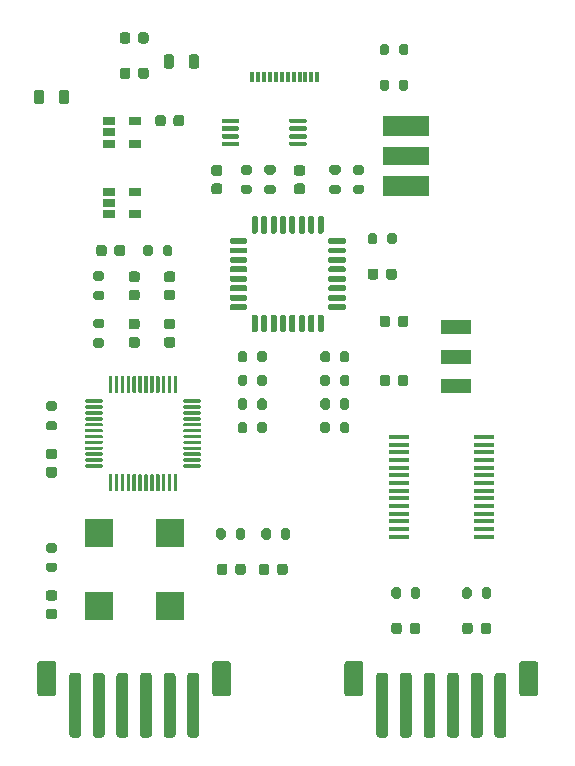
<source format=gbr>
%TF.GenerationSoftware,KiCad,Pcbnew,(5.1.9-0-10_14)*%
%TF.CreationDate,2021-05-06T16:15:28-06:00*%
%TF.ProjectId,tx500-data,74783530-302d-4646-9174-612e6b696361,1*%
%TF.SameCoordinates,Original*%
%TF.FileFunction,Paste,Top*%
%TF.FilePolarity,Positive*%
%FSLAX46Y46*%
G04 Gerber Fmt 4.6, Leading zero omitted, Abs format (unit mm)*
G04 Created by KiCad (PCBNEW (5.1.9-0-10_14)) date 2021-05-06 16:15:28*
%MOMM*%
%LPD*%
G01*
G04 APERTURE LIST*
%ADD10R,0.350000X0.850000*%
%ADD11R,4.000000X1.700000*%
%ADD12R,4.000000X1.500000*%
%ADD13R,2.500000X1.250000*%
%ADD14R,1.750000X0.450000*%
%ADD15R,1.060000X0.650000*%
%ADD16R,2.450000X2.350000*%
G04 APERTURE END LIST*
%TO.C,L2*%
G36*
G01*
X144375000Y-63618750D02*
X144375000Y-64381250D01*
G75*
G02*
X144156250Y-64600000I-218750J0D01*
G01*
X143718750Y-64600000D01*
G75*
G02*
X143500000Y-64381250I0J218750D01*
G01*
X143500000Y-63618750D01*
G75*
G02*
X143718750Y-63400000I218750J0D01*
G01*
X144156250Y-63400000D01*
G75*
G02*
X144375000Y-63618750I0J-218750D01*
G01*
G37*
G36*
G01*
X146500000Y-63618750D02*
X146500000Y-64381250D01*
G75*
G02*
X146281250Y-64600000I-218750J0D01*
G01*
X145843750Y-64600000D01*
G75*
G02*
X145625000Y-64381250I0J218750D01*
G01*
X145625000Y-63618750D01*
G75*
G02*
X145843750Y-63400000I218750J0D01*
G01*
X146281250Y-63400000D01*
G75*
G02*
X146500000Y-63618750I0J-218750D01*
G01*
G37*
%TD*%
%TO.C,L1*%
G36*
G01*
X134625000Y-67381250D02*
X134625000Y-66618750D01*
G75*
G02*
X134843750Y-66400000I218750J0D01*
G01*
X135281250Y-66400000D01*
G75*
G02*
X135500000Y-66618750I0J-218750D01*
G01*
X135500000Y-67381250D01*
G75*
G02*
X135281250Y-67600000I-218750J0D01*
G01*
X134843750Y-67600000D01*
G75*
G02*
X134625000Y-67381250I0J218750D01*
G01*
G37*
G36*
G01*
X132500000Y-67381250D02*
X132500000Y-66618750D01*
G75*
G02*
X132718750Y-66400000I218750J0D01*
G01*
X133156250Y-66400000D01*
G75*
G02*
X133375000Y-66618750I0J-218750D01*
G01*
X133375000Y-67381250D01*
G75*
G02*
X133156250Y-67600000I-218750J0D01*
G01*
X132718750Y-67600000D01*
G75*
G02*
X132500000Y-67381250I0J218750D01*
G01*
G37*
%TD*%
%TO.C,U5*%
G36*
G01*
X154125000Y-69125000D02*
X154125000Y-68925000D01*
G75*
G02*
X154225000Y-68825000I100000J0D01*
G01*
X155500000Y-68825000D01*
G75*
G02*
X155600000Y-68925000I0J-100000D01*
G01*
X155600000Y-69125000D01*
G75*
G02*
X155500000Y-69225000I-100000J0D01*
G01*
X154225000Y-69225000D01*
G75*
G02*
X154125000Y-69125000I0J100000D01*
G01*
G37*
G36*
G01*
X154125000Y-69775000D02*
X154125000Y-69575000D01*
G75*
G02*
X154225000Y-69475000I100000J0D01*
G01*
X155500000Y-69475000D01*
G75*
G02*
X155600000Y-69575000I0J-100000D01*
G01*
X155600000Y-69775000D01*
G75*
G02*
X155500000Y-69875000I-100000J0D01*
G01*
X154225000Y-69875000D01*
G75*
G02*
X154125000Y-69775000I0J100000D01*
G01*
G37*
G36*
G01*
X154125000Y-70425000D02*
X154125000Y-70225000D01*
G75*
G02*
X154225000Y-70125000I100000J0D01*
G01*
X155500000Y-70125000D01*
G75*
G02*
X155600000Y-70225000I0J-100000D01*
G01*
X155600000Y-70425000D01*
G75*
G02*
X155500000Y-70525000I-100000J0D01*
G01*
X154225000Y-70525000D01*
G75*
G02*
X154125000Y-70425000I0J100000D01*
G01*
G37*
G36*
G01*
X154125000Y-71075000D02*
X154125000Y-70875000D01*
G75*
G02*
X154225000Y-70775000I100000J0D01*
G01*
X155500000Y-70775000D01*
G75*
G02*
X155600000Y-70875000I0J-100000D01*
G01*
X155600000Y-71075000D01*
G75*
G02*
X155500000Y-71175000I-100000J0D01*
G01*
X154225000Y-71175000D01*
G75*
G02*
X154125000Y-71075000I0J100000D01*
G01*
G37*
G36*
G01*
X148400000Y-71075000D02*
X148400000Y-70875000D01*
G75*
G02*
X148500000Y-70775000I100000J0D01*
G01*
X149775000Y-70775000D01*
G75*
G02*
X149875000Y-70875000I0J-100000D01*
G01*
X149875000Y-71075000D01*
G75*
G02*
X149775000Y-71175000I-100000J0D01*
G01*
X148500000Y-71175000D01*
G75*
G02*
X148400000Y-71075000I0J100000D01*
G01*
G37*
G36*
G01*
X148400000Y-70425000D02*
X148400000Y-70225000D01*
G75*
G02*
X148500000Y-70125000I100000J0D01*
G01*
X149775000Y-70125000D01*
G75*
G02*
X149875000Y-70225000I0J-100000D01*
G01*
X149875000Y-70425000D01*
G75*
G02*
X149775000Y-70525000I-100000J0D01*
G01*
X148500000Y-70525000D01*
G75*
G02*
X148400000Y-70425000I0J100000D01*
G01*
G37*
G36*
G01*
X148400000Y-69775000D02*
X148400000Y-69575000D01*
G75*
G02*
X148500000Y-69475000I100000J0D01*
G01*
X149775000Y-69475000D01*
G75*
G02*
X149875000Y-69575000I0J-100000D01*
G01*
X149875000Y-69775000D01*
G75*
G02*
X149775000Y-69875000I-100000J0D01*
G01*
X148500000Y-69875000D01*
G75*
G02*
X148400000Y-69775000I0J100000D01*
G01*
G37*
G36*
G01*
X148400000Y-69125000D02*
X148400000Y-68925000D01*
G75*
G02*
X148500000Y-68825000I100000J0D01*
G01*
X149775000Y-68825000D01*
G75*
G02*
X149875000Y-68925000I0J-100000D01*
G01*
X149875000Y-69125000D01*
G75*
G02*
X149775000Y-69225000I-100000J0D01*
G01*
X148500000Y-69225000D01*
G75*
G02*
X148400000Y-69125000I0J100000D01*
G01*
G37*
%TD*%
D10*
%TO.C,J1*%
X151500000Y-65325000D03*
X152000000Y-65325000D03*
X152500000Y-65325000D03*
X153000000Y-65325000D03*
X153500000Y-65325000D03*
X154000000Y-65325000D03*
X154500000Y-65325000D03*
X155000000Y-65325000D03*
X155500000Y-65325000D03*
X156000000Y-65325000D03*
X151000000Y-65325000D03*
X156500000Y-65325000D03*
%TD*%
D11*
%TO.C,Y1*%
X164000000Y-74500000D03*
D12*
X164000000Y-72000000D03*
D11*
X164000000Y-69500000D03*
%TD*%
%TO.C,J2*%
G36*
G01*
X173600000Y-117500000D02*
X173600000Y-115000000D01*
G75*
G02*
X173850000Y-114750000I250000J0D01*
G01*
X174950000Y-114750000D01*
G75*
G02*
X175200000Y-115000000I0J-250000D01*
G01*
X175200000Y-117500000D01*
G75*
G02*
X174950000Y-117750000I-250000J0D01*
G01*
X173850000Y-117750000D01*
G75*
G02*
X173600000Y-117500000I0J250000D01*
G01*
G37*
G36*
G01*
X158800000Y-117500000D02*
X158800000Y-115000000D01*
G75*
G02*
X159050000Y-114750000I250000J0D01*
G01*
X160150000Y-114750000D01*
G75*
G02*
X160400000Y-115000000I0J-250000D01*
G01*
X160400000Y-117500000D01*
G75*
G02*
X160150000Y-117750000I-250000J0D01*
G01*
X159050000Y-117750000D01*
G75*
G02*
X158800000Y-117500000I0J250000D01*
G01*
G37*
G36*
G01*
X171500000Y-121000000D02*
X171500000Y-116000000D01*
G75*
G02*
X171750000Y-115750000I250000J0D01*
G01*
X172250000Y-115750000D01*
G75*
G02*
X172500000Y-116000000I0J-250000D01*
G01*
X172500000Y-121000000D01*
G75*
G02*
X172250000Y-121250000I-250000J0D01*
G01*
X171750000Y-121250000D01*
G75*
G02*
X171500000Y-121000000I0J250000D01*
G01*
G37*
G36*
G01*
X169500000Y-121000000D02*
X169500000Y-116000000D01*
G75*
G02*
X169750000Y-115750000I250000J0D01*
G01*
X170250000Y-115750000D01*
G75*
G02*
X170500000Y-116000000I0J-250000D01*
G01*
X170500000Y-121000000D01*
G75*
G02*
X170250000Y-121250000I-250000J0D01*
G01*
X169750000Y-121250000D01*
G75*
G02*
X169500000Y-121000000I0J250000D01*
G01*
G37*
G36*
G01*
X167500000Y-121000000D02*
X167500000Y-116000000D01*
G75*
G02*
X167750000Y-115750000I250000J0D01*
G01*
X168250000Y-115750000D01*
G75*
G02*
X168500000Y-116000000I0J-250000D01*
G01*
X168500000Y-121000000D01*
G75*
G02*
X168250000Y-121250000I-250000J0D01*
G01*
X167750000Y-121250000D01*
G75*
G02*
X167500000Y-121000000I0J250000D01*
G01*
G37*
G36*
G01*
X165500000Y-121000000D02*
X165500000Y-116000000D01*
G75*
G02*
X165750000Y-115750000I250000J0D01*
G01*
X166250000Y-115750000D01*
G75*
G02*
X166500000Y-116000000I0J-250000D01*
G01*
X166500000Y-121000000D01*
G75*
G02*
X166250000Y-121250000I-250000J0D01*
G01*
X165750000Y-121250000D01*
G75*
G02*
X165500000Y-121000000I0J250000D01*
G01*
G37*
G36*
G01*
X163500000Y-121000000D02*
X163500000Y-116000000D01*
G75*
G02*
X163750000Y-115750000I250000J0D01*
G01*
X164250000Y-115750000D01*
G75*
G02*
X164500000Y-116000000I0J-250000D01*
G01*
X164500000Y-121000000D01*
G75*
G02*
X164250000Y-121250000I-250000J0D01*
G01*
X163750000Y-121250000D01*
G75*
G02*
X163500000Y-121000000I0J250000D01*
G01*
G37*
G36*
G01*
X161500000Y-121000000D02*
X161500000Y-116000000D01*
G75*
G02*
X161750000Y-115750000I250000J0D01*
G01*
X162250000Y-115750000D01*
G75*
G02*
X162500000Y-116000000I0J-250000D01*
G01*
X162500000Y-121000000D01*
G75*
G02*
X162250000Y-121250000I-250000J0D01*
G01*
X161750000Y-121250000D01*
G75*
G02*
X161500000Y-121000000I0J250000D01*
G01*
G37*
%TD*%
%TO.C,J3*%
G36*
G01*
X147600000Y-117500000D02*
X147600000Y-115000000D01*
G75*
G02*
X147850000Y-114750000I250000J0D01*
G01*
X148950000Y-114750000D01*
G75*
G02*
X149200000Y-115000000I0J-250000D01*
G01*
X149200000Y-117500000D01*
G75*
G02*
X148950000Y-117750000I-250000J0D01*
G01*
X147850000Y-117750000D01*
G75*
G02*
X147600000Y-117500000I0J250000D01*
G01*
G37*
G36*
G01*
X132800000Y-117500000D02*
X132800000Y-115000000D01*
G75*
G02*
X133050000Y-114750000I250000J0D01*
G01*
X134150000Y-114750000D01*
G75*
G02*
X134400000Y-115000000I0J-250000D01*
G01*
X134400000Y-117500000D01*
G75*
G02*
X134150000Y-117750000I-250000J0D01*
G01*
X133050000Y-117750000D01*
G75*
G02*
X132800000Y-117500000I0J250000D01*
G01*
G37*
G36*
G01*
X145500000Y-121000000D02*
X145500000Y-116000000D01*
G75*
G02*
X145750000Y-115750000I250000J0D01*
G01*
X146250000Y-115750000D01*
G75*
G02*
X146500000Y-116000000I0J-250000D01*
G01*
X146500000Y-121000000D01*
G75*
G02*
X146250000Y-121250000I-250000J0D01*
G01*
X145750000Y-121250000D01*
G75*
G02*
X145500000Y-121000000I0J250000D01*
G01*
G37*
G36*
G01*
X143500000Y-121000000D02*
X143500000Y-116000000D01*
G75*
G02*
X143750000Y-115750000I250000J0D01*
G01*
X144250000Y-115750000D01*
G75*
G02*
X144500000Y-116000000I0J-250000D01*
G01*
X144500000Y-121000000D01*
G75*
G02*
X144250000Y-121250000I-250000J0D01*
G01*
X143750000Y-121250000D01*
G75*
G02*
X143500000Y-121000000I0J250000D01*
G01*
G37*
G36*
G01*
X141500000Y-121000000D02*
X141500000Y-116000000D01*
G75*
G02*
X141750000Y-115750000I250000J0D01*
G01*
X142250000Y-115750000D01*
G75*
G02*
X142500000Y-116000000I0J-250000D01*
G01*
X142500000Y-121000000D01*
G75*
G02*
X142250000Y-121250000I-250000J0D01*
G01*
X141750000Y-121250000D01*
G75*
G02*
X141500000Y-121000000I0J250000D01*
G01*
G37*
G36*
G01*
X139500000Y-121000000D02*
X139500000Y-116000000D01*
G75*
G02*
X139750000Y-115750000I250000J0D01*
G01*
X140250000Y-115750000D01*
G75*
G02*
X140500000Y-116000000I0J-250000D01*
G01*
X140500000Y-121000000D01*
G75*
G02*
X140250000Y-121250000I-250000J0D01*
G01*
X139750000Y-121250000D01*
G75*
G02*
X139500000Y-121000000I0J250000D01*
G01*
G37*
G36*
G01*
X137500000Y-121000000D02*
X137500000Y-116000000D01*
G75*
G02*
X137750000Y-115750000I250000J0D01*
G01*
X138250000Y-115750000D01*
G75*
G02*
X138500000Y-116000000I0J-250000D01*
G01*
X138500000Y-121000000D01*
G75*
G02*
X138250000Y-121250000I-250000J0D01*
G01*
X137750000Y-121250000D01*
G75*
G02*
X137500000Y-121000000I0J250000D01*
G01*
G37*
G36*
G01*
X135500000Y-121000000D02*
X135500000Y-116000000D01*
G75*
G02*
X135750000Y-115750000I250000J0D01*
G01*
X136250000Y-115750000D01*
G75*
G02*
X136500000Y-116000000I0J-250000D01*
G01*
X136500000Y-121000000D01*
G75*
G02*
X136250000Y-121250000I-250000J0D01*
G01*
X135750000Y-121250000D01*
G75*
G02*
X135500000Y-121000000I0J250000D01*
G01*
G37*
%TD*%
D13*
%TO.C,SW1*%
X168250000Y-86500000D03*
X168250000Y-89000000D03*
X168250000Y-91500000D03*
%TD*%
D14*
%TO.C,U2*%
X163400000Y-104225000D03*
X163400000Y-103575000D03*
X163400000Y-102925000D03*
X163400000Y-102275000D03*
X163400000Y-101625000D03*
X163400000Y-100975000D03*
X163400000Y-100325000D03*
X163400000Y-99675000D03*
X163400000Y-99025000D03*
X163400000Y-98375000D03*
X163400000Y-97725000D03*
X163400000Y-97075000D03*
X163400000Y-96425000D03*
X163400000Y-95775000D03*
X170600000Y-95775000D03*
X170600000Y-96425000D03*
X170600000Y-97075000D03*
X170600000Y-97725000D03*
X170600000Y-98375000D03*
X170600000Y-99025000D03*
X170600000Y-99675000D03*
X170600000Y-100325000D03*
X170600000Y-100975000D03*
X170600000Y-101625000D03*
X170600000Y-102275000D03*
X170600000Y-102925000D03*
X170600000Y-103575000D03*
X170600000Y-104225000D03*
%TD*%
%TO.C,U1*%
G36*
G01*
X150950000Y-78450000D02*
X150950000Y-77200000D01*
G75*
G02*
X151075000Y-77075000I125000J0D01*
G01*
X151325000Y-77075000D01*
G75*
G02*
X151450000Y-77200000I0J-125000D01*
G01*
X151450000Y-78450000D01*
G75*
G02*
X151325000Y-78575000I-125000J0D01*
G01*
X151075000Y-78575000D01*
G75*
G02*
X150950000Y-78450000I0J125000D01*
G01*
G37*
G36*
G01*
X151750000Y-78450000D02*
X151750000Y-77200000D01*
G75*
G02*
X151875000Y-77075000I125000J0D01*
G01*
X152125000Y-77075000D01*
G75*
G02*
X152250000Y-77200000I0J-125000D01*
G01*
X152250000Y-78450000D01*
G75*
G02*
X152125000Y-78575000I-125000J0D01*
G01*
X151875000Y-78575000D01*
G75*
G02*
X151750000Y-78450000I0J125000D01*
G01*
G37*
G36*
G01*
X152550000Y-78450000D02*
X152550000Y-77200000D01*
G75*
G02*
X152675000Y-77075000I125000J0D01*
G01*
X152925000Y-77075000D01*
G75*
G02*
X153050000Y-77200000I0J-125000D01*
G01*
X153050000Y-78450000D01*
G75*
G02*
X152925000Y-78575000I-125000J0D01*
G01*
X152675000Y-78575000D01*
G75*
G02*
X152550000Y-78450000I0J125000D01*
G01*
G37*
G36*
G01*
X153350000Y-78450000D02*
X153350000Y-77200000D01*
G75*
G02*
X153475000Y-77075000I125000J0D01*
G01*
X153725000Y-77075000D01*
G75*
G02*
X153850000Y-77200000I0J-125000D01*
G01*
X153850000Y-78450000D01*
G75*
G02*
X153725000Y-78575000I-125000J0D01*
G01*
X153475000Y-78575000D01*
G75*
G02*
X153350000Y-78450000I0J125000D01*
G01*
G37*
G36*
G01*
X154150000Y-78450000D02*
X154150000Y-77200000D01*
G75*
G02*
X154275000Y-77075000I125000J0D01*
G01*
X154525000Y-77075000D01*
G75*
G02*
X154650000Y-77200000I0J-125000D01*
G01*
X154650000Y-78450000D01*
G75*
G02*
X154525000Y-78575000I-125000J0D01*
G01*
X154275000Y-78575000D01*
G75*
G02*
X154150000Y-78450000I0J125000D01*
G01*
G37*
G36*
G01*
X154950000Y-78450000D02*
X154950000Y-77200000D01*
G75*
G02*
X155075000Y-77075000I125000J0D01*
G01*
X155325000Y-77075000D01*
G75*
G02*
X155450000Y-77200000I0J-125000D01*
G01*
X155450000Y-78450000D01*
G75*
G02*
X155325000Y-78575000I-125000J0D01*
G01*
X155075000Y-78575000D01*
G75*
G02*
X154950000Y-78450000I0J125000D01*
G01*
G37*
G36*
G01*
X155750000Y-78450000D02*
X155750000Y-77200000D01*
G75*
G02*
X155875000Y-77075000I125000J0D01*
G01*
X156125000Y-77075000D01*
G75*
G02*
X156250000Y-77200000I0J-125000D01*
G01*
X156250000Y-78450000D01*
G75*
G02*
X156125000Y-78575000I-125000J0D01*
G01*
X155875000Y-78575000D01*
G75*
G02*
X155750000Y-78450000I0J125000D01*
G01*
G37*
G36*
G01*
X156550000Y-78450000D02*
X156550000Y-77200000D01*
G75*
G02*
X156675000Y-77075000I125000J0D01*
G01*
X156925000Y-77075000D01*
G75*
G02*
X157050000Y-77200000I0J-125000D01*
G01*
X157050000Y-78450000D01*
G75*
G02*
X156925000Y-78575000I-125000J0D01*
G01*
X156675000Y-78575000D01*
G75*
G02*
X156550000Y-78450000I0J125000D01*
G01*
G37*
G36*
G01*
X157425000Y-79325000D02*
X157425000Y-79075000D01*
G75*
G02*
X157550000Y-78950000I125000J0D01*
G01*
X158800000Y-78950000D01*
G75*
G02*
X158925000Y-79075000I0J-125000D01*
G01*
X158925000Y-79325000D01*
G75*
G02*
X158800000Y-79450000I-125000J0D01*
G01*
X157550000Y-79450000D01*
G75*
G02*
X157425000Y-79325000I0J125000D01*
G01*
G37*
G36*
G01*
X157425000Y-80125000D02*
X157425000Y-79875000D01*
G75*
G02*
X157550000Y-79750000I125000J0D01*
G01*
X158800000Y-79750000D01*
G75*
G02*
X158925000Y-79875000I0J-125000D01*
G01*
X158925000Y-80125000D01*
G75*
G02*
X158800000Y-80250000I-125000J0D01*
G01*
X157550000Y-80250000D01*
G75*
G02*
X157425000Y-80125000I0J125000D01*
G01*
G37*
G36*
G01*
X157425000Y-80925000D02*
X157425000Y-80675000D01*
G75*
G02*
X157550000Y-80550000I125000J0D01*
G01*
X158800000Y-80550000D01*
G75*
G02*
X158925000Y-80675000I0J-125000D01*
G01*
X158925000Y-80925000D01*
G75*
G02*
X158800000Y-81050000I-125000J0D01*
G01*
X157550000Y-81050000D01*
G75*
G02*
X157425000Y-80925000I0J125000D01*
G01*
G37*
G36*
G01*
X157425000Y-81725000D02*
X157425000Y-81475000D01*
G75*
G02*
X157550000Y-81350000I125000J0D01*
G01*
X158800000Y-81350000D01*
G75*
G02*
X158925000Y-81475000I0J-125000D01*
G01*
X158925000Y-81725000D01*
G75*
G02*
X158800000Y-81850000I-125000J0D01*
G01*
X157550000Y-81850000D01*
G75*
G02*
X157425000Y-81725000I0J125000D01*
G01*
G37*
G36*
G01*
X157425000Y-82525000D02*
X157425000Y-82275000D01*
G75*
G02*
X157550000Y-82150000I125000J0D01*
G01*
X158800000Y-82150000D01*
G75*
G02*
X158925000Y-82275000I0J-125000D01*
G01*
X158925000Y-82525000D01*
G75*
G02*
X158800000Y-82650000I-125000J0D01*
G01*
X157550000Y-82650000D01*
G75*
G02*
X157425000Y-82525000I0J125000D01*
G01*
G37*
G36*
G01*
X157425000Y-83325000D02*
X157425000Y-83075000D01*
G75*
G02*
X157550000Y-82950000I125000J0D01*
G01*
X158800000Y-82950000D01*
G75*
G02*
X158925000Y-83075000I0J-125000D01*
G01*
X158925000Y-83325000D01*
G75*
G02*
X158800000Y-83450000I-125000J0D01*
G01*
X157550000Y-83450000D01*
G75*
G02*
X157425000Y-83325000I0J125000D01*
G01*
G37*
G36*
G01*
X157425000Y-84125000D02*
X157425000Y-83875000D01*
G75*
G02*
X157550000Y-83750000I125000J0D01*
G01*
X158800000Y-83750000D01*
G75*
G02*
X158925000Y-83875000I0J-125000D01*
G01*
X158925000Y-84125000D01*
G75*
G02*
X158800000Y-84250000I-125000J0D01*
G01*
X157550000Y-84250000D01*
G75*
G02*
X157425000Y-84125000I0J125000D01*
G01*
G37*
G36*
G01*
X157425000Y-84925000D02*
X157425000Y-84675000D01*
G75*
G02*
X157550000Y-84550000I125000J0D01*
G01*
X158800000Y-84550000D01*
G75*
G02*
X158925000Y-84675000I0J-125000D01*
G01*
X158925000Y-84925000D01*
G75*
G02*
X158800000Y-85050000I-125000J0D01*
G01*
X157550000Y-85050000D01*
G75*
G02*
X157425000Y-84925000I0J125000D01*
G01*
G37*
G36*
G01*
X156550000Y-86800000D02*
X156550000Y-85550000D01*
G75*
G02*
X156675000Y-85425000I125000J0D01*
G01*
X156925000Y-85425000D01*
G75*
G02*
X157050000Y-85550000I0J-125000D01*
G01*
X157050000Y-86800000D01*
G75*
G02*
X156925000Y-86925000I-125000J0D01*
G01*
X156675000Y-86925000D01*
G75*
G02*
X156550000Y-86800000I0J125000D01*
G01*
G37*
G36*
G01*
X155750000Y-86800000D02*
X155750000Y-85550000D01*
G75*
G02*
X155875000Y-85425000I125000J0D01*
G01*
X156125000Y-85425000D01*
G75*
G02*
X156250000Y-85550000I0J-125000D01*
G01*
X156250000Y-86800000D01*
G75*
G02*
X156125000Y-86925000I-125000J0D01*
G01*
X155875000Y-86925000D01*
G75*
G02*
X155750000Y-86800000I0J125000D01*
G01*
G37*
G36*
G01*
X154950000Y-86800000D02*
X154950000Y-85550000D01*
G75*
G02*
X155075000Y-85425000I125000J0D01*
G01*
X155325000Y-85425000D01*
G75*
G02*
X155450000Y-85550000I0J-125000D01*
G01*
X155450000Y-86800000D01*
G75*
G02*
X155325000Y-86925000I-125000J0D01*
G01*
X155075000Y-86925000D01*
G75*
G02*
X154950000Y-86800000I0J125000D01*
G01*
G37*
G36*
G01*
X154150000Y-86800000D02*
X154150000Y-85550000D01*
G75*
G02*
X154275000Y-85425000I125000J0D01*
G01*
X154525000Y-85425000D01*
G75*
G02*
X154650000Y-85550000I0J-125000D01*
G01*
X154650000Y-86800000D01*
G75*
G02*
X154525000Y-86925000I-125000J0D01*
G01*
X154275000Y-86925000D01*
G75*
G02*
X154150000Y-86800000I0J125000D01*
G01*
G37*
G36*
G01*
X153350000Y-86800000D02*
X153350000Y-85550000D01*
G75*
G02*
X153475000Y-85425000I125000J0D01*
G01*
X153725000Y-85425000D01*
G75*
G02*
X153850000Y-85550000I0J-125000D01*
G01*
X153850000Y-86800000D01*
G75*
G02*
X153725000Y-86925000I-125000J0D01*
G01*
X153475000Y-86925000D01*
G75*
G02*
X153350000Y-86800000I0J125000D01*
G01*
G37*
G36*
G01*
X152550000Y-86800000D02*
X152550000Y-85550000D01*
G75*
G02*
X152675000Y-85425000I125000J0D01*
G01*
X152925000Y-85425000D01*
G75*
G02*
X153050000Y-85550000I0J-125000D01*
G01*
X153050000Y-86800000D01*
G75*
G02*
X152925000Y-86925000I-125000J0D01*
G01*
X152675000Y-86925000D01*
G75*
G02*
X152550000Y-86800000I0J125000D01*
G01*
G37*
G36*
G01*
X151750000Y-86800000D02*
X151750000Y-85550000D01*
G75*
G02*
X151875000Y-85425000I125000J0D01*
G01*
X152125000Y-85425000D01*
G75*
G02*
X152250000Y-85550000I0J-125000D01*
G01*
X152250000Y-86800000D01*
G75*
G02*
X152125000Y-86925000I-125000J0D01*
G01*
X151875000Y-86925000D01*
G75*
G02*
X151750000Y-86800000I0J125000D01*
G01*
G37*
G36*
G01*
X150950000Y-86800000D02*
X150950000Y-85550000D01*
G75*
G02*
X151075000Y-85425000I125000J0D01*
G01*
X151325000Y-85425000D01*
G75*
G02*
X151450000Y-85550000I0J-125000D01*
G01*
X151450000Y-86800000D01*
G75*
G02*
X151325000Y-86925000I-125000J0D01*
G01*
X151075000Y-86925000D01*
G75*
G02*
X150950000Y-86800000I0J125000D01*
G01*
G37*
G36*
G01*
X149075000Y-84925000D02*
X149075000Y-84675000D01*
G75*
G02*
X149200000Y-84550000I125000J0D01*
G01*
X150450000Y-84550000D01*
G75*
G02*
X150575000Y-84675000I0J-125000D01*
G01*
X150575000Y-84925000D01*
G75*
G02*
X150450000Y-85050000I-125000J0D01*
G01*
X149200000Y-85050000D01*
G75*
G02*
X149075000Y-84925000I0J125000D01*
G01*
G37*
G36*
G01*
X149075000Y-84125000D02*
X149075000Y-83875000D01*
G75*
G02*
X149200000Y-83750000I125000J0D01*
G01*
X150450000Y-83750000D01*
G75*
G02*
X150575000Y-83875000I0J-125000D01*
G01*
X150575000Y-84125000D01*
G75*
G02*
X150450000Y-84250000I-125000J0D01*
G01*
X149200000Y-84250000D01*
G75*
G02*
X149075000Y-84125000I0J125000D01*
G01*
G37*
G36*
G01*
X149075000Y-83325000D02*
X149075000Y-83075000D01*
G75*
G02*
X149200000Y-82950000I125000J0D01*
G01*
X150450000Y-82950000D01*
G75*
G02*
X150575000Y-83075000I0J-125000D01*
G01*
X150575000Y-83325000D01*
G75*
G02*
X150450000Y-83450000I-125000J0D01*
G01*
X149200000Y-83450000D01*
G75*
G02*
X149075000Y-83325000I0J125000D01*
G01*
G37*
G36*
G01*
X149075000Y-82525000D02*
X149075000Y-82275000D01*
G75*
G02*
X149200000Y-82150000I125000J0D01*
G01*
X150450000Y-82150000D01*
G75*
G02*
X150575000Y-82275000I0J-125000D01*
G01*
X150575000Y-82525000D01*
G75*
G02*
X150450000Y-82650000I-125000J0D01*
G01*
X149200000Y-82650000D01*
G75*
G02*
X149075000Y-82525000I0J125000D01*
G01*
G37*
G36*
G01*
X149075000Y-81725000D02*
X149075000Y-81475000D01*
G75*
G02*
X149200000Y-81350000I125000J0D01*
G01*
X150450000Y-81350000D01*
G75*
G02*
X150575000Y-81475000I0J-125000D01*
G01*
X150575000Y-81725000D01*
G75*
G02*
X150450000Y-81850000I-125000J0D01*
G01*
X149200000Y-81850000D01*
G75*
G02*
X149075000Y-81725000I0J125000D01*
G01*
G37*
G36*
G01*
X149075000Y-80925000D02*
X149075000Y-80675000D01*
G75*
G02*
X149200000Y-80550000I125000J0D01*
G01*
X150450000Y-80550000D01*
G75*
G02*
X150575000Y-80675000I0J-125000D01*
G01*
X150575000Y-80925000D01*
G75*
G02*
X150450000Y-81050000I-125000J0D01*
G01*
X149200000Y-81050000D01*
G75*
G02*
X149075000Y-80925000I0J125000D01*
G01*
G37*
G36*
G01*
X149075000Y-80125000D02*
X149075000Y-79875000D01*
G75*
G02*
X149200000Y-79750000I125000J0D01*
G01*
X150450000Y-79750000D01*
G75*
G02*
X150575000Y-79875000I0J-125000D01*
G01*
X150575000Y-80125000D01*
G75*
G02*
X150450000Y-80250000I-125000J0D01*
G01*
X149200000Y-80250000D01*
G75*
G02*
X149075000Y-80125000I0J125000D01*
G01*
G37*
G36*
G01*
X149075000Y-79325000D02*
X149075000Y-79075000D01*
G75*
G02*
X149200000Y-78950000I125000J0D01*
G01*
X150450000Y-78950000D01*
G75*
G02*
X150575000Y-79075000I0J-125000D01*
G01*
X150575000Y-79325000D01*
G75*
G02*
X150450000Y-79450000I-125000J0D01*
G01*
X149200000Y-79450000D01*
G75*
G02*
X149075000Y-79325000I0J125000D01*
G01*
G37*
%TD*%
%TO.C,U3*%
G36*
G01*
X145250000Y-92600000D02*
X146575000Y-92600000D01*
G75*
G02*
X146650000Y-92675000I0J-75000D01*
G01*
X146650000Y-92825000D01*
G75*
G02*
X146575000Y-92900000I-75000J0D01*
G01*
X145250000Y-92900000D01*
G75*
G02*
X145175000Y-92825000I0J75000D01*
G01*
X145175000Y-92675000D01*
G75*
G02*
X145250000Y-92600000I75000J0D01*
G01*
G37*
G36*
G01*
X145250000Y-93100000D02*
X146575000Y-93100000D01*
G75*
G02*
X146650000Y-93175000I0J-75000D01*
G01*
X146650000Y-93325000D01*
G75*
G02*
X146575000Y-93400000I-75000J0D01*
G01*
X145250000Y-93400000D01*
G75*
G02*
X145175000Y-93325000I0J75000D01*
G01*
X145175000Y-93175000D01*
G75*
G02*
X145250000Y-93100000I75000J0D01*
G01*
G37*
G36*
G01*
X145250000Y-93600000D02*
X146575000Y-93600000D01*
G75*
G02*
X146650000Y-93675000I0J-75000D01*
G01*
X146650000Y-93825000D01*
G75*
G02*
X146575000Y-93900000I-75000J0D01*
G01*
X145250000Y-93900000D01*
G75*
G02*
X145175000Y-93825000I0J75000D01*
G01*
X145175000Y-93675000D01*
G75*
G02*
X145250000Y-93600000I75000J0D01*
G01*
G37*
G36*
G01*
X145250000Y-94100000D02*
X146575000Y-94100000D01*
G75*
G02*
X146650000Y-94175000I0J-75000D01*
G01*
X146650000Y-94325000D01*
G75*
G02*
X146575000Y-94400000I-75000J0D01*
G01*
X145250000Y-94400000D01*
G75*
G02*
X145175000Y-94325000I0J75000D01*
G01*
X145175000Y-94175000D01*
G75*
G02*
X145250000Y-94100000I75000J0D01*
G01*
G37*
G36*
G01*
X145250000Y-94600000D02*
X146575000Y-94600000D01*
G75*
G02*
X146650000Y-94675000I0J-75000D01*
G01*
X146650000Y-94825000D01*
G75*
G02*
X146575000Y-94900000I-75000J0D01*
G01*
X145250000Y-94900000D01*
G75*
G02*
X145175000Y-94825000I0J75000D01*
G01*
X145175000Y-94675000D01*
G75*
G02*
X145250000Y-94600000I75000J0D01*
G01*
G37*
G36*
G01*
X145250000Y-95100000D02*
X146575000Y-95100000D01*
G75*
G02*
X146650000Y-95175000I0J-75000D01*
G01*
X146650000Y-95325000D01*
G75*
G02*
X146575000Y-95400000I-75000J0D01*
G01*
X145250000Y-95400000D01*
G75*
G02*
X145175000Y-95325000I0J75000D01*
G01*
X145175000Y-95175000D01*
G75*
G02*
X145250000Y-95100000I75000J0D01*
G01*
G37*
G36*
G01*
X145250000Y-95600000D02*
X146575000Y-95600000D01*
G75*
G02*
X146650000Y-95675000I0J-75000D01*
G01*
X146650000Y-95825000D01*
G75*
G02*
X146575000Y-95900000I-75000J0D01*
G01*
X145250000Y-95900000D01*
G75*
G02*
X145175000Y-95825000I0J75000D01*
G01*
X145175000Y-95675000D01*
G75*
G02*
X145250000Y-95600000I75000J0D01*
G01*
G37*
G36*
G01*
X145250000Y-96100000D02*
X146575000Y-96100000D01*
G75*
G02*
X146650000Y-96175000I0J-75000D01*
G01*
X146650000Y-96325000D01*
G75*
G02*
X146575000Y-96400000I-75000J0D01*
G01*
X145250000Y-96400000D01*
G75*
G02*
X145175000Y-96325000I0J75000D01*
G01*
X145175000Y-96175000D01*
G75*
G02*
X145250000Y-96100000I75000J0D01*
G01*
G37*
G36*
G01*
X145250000Y-96600000D02*
X146575000Y-96600000D01*
G75*
G02*
X146650000Y-96675000I0J-75000D01*
G01*
X146650000Y-96825000D01*
G75*
G02*
X146575000Y-96900000I-75000J0D01*
G01*
X145250000Y-96900000D01*
G75*
G02*
X145175000Y-96825000I0J75000D01*
G01*
X145175000Y-96675000D01*
G75*
G02*
X145250000Y-96600000I75000J0D01*
G01*
G37*
G36*
G01*
X145250000Y-97100000D02*
X146575000Y-97100000D01*
G75*
G02*
X146650000Y-97175000I0J-75000D01*
G01*
X146650000Y-97325000D01*
G75*
G02*
X146575000Y-97400000I-75000J0D01*
G01*
X145250000Y-97400000D01*
G75*
G02*
X145175000Y-97325000I0J75000D01*
G01*
X145175000Y-97175000D01*
G75*
G02*
X145250000Y-97100000I75000J0D01*
G01*
G37*
G36*
G01*
X145250000Y-97600000D02*
X146575000Y-97600000D01*
G75*
G02*
X146650000Y-97675000I0J-75000D01*
G01*
X146650000Y-97825000D01*
G75*
G02*
X146575000Y-97900000I-75000J0D01*
G01*
X145250000Y-97900000D01*
G75*
G02*
X145175000Y-97825000I0J75000D01*
G01*
X145175000Y-97675000D01*
G75*
G02*
X145250000Y-97600000I75000J0D01*
G01*
G37*
G36*
G01*
X145250000Y-98100000D02*
X146575000Y-98100000D01*
G75*
G02*
X146650000Y-98175000I0J-75000D01*
G01*
X146650000Y-98325000D01*
G75*
G02*
X146575000Y-98400000I-75000J0D01*
G01*
X145250000Y-98400000D01*
G75*
G02*
X145175000Y-98325000I0J75000D01*
G01*
X145175000Y-98175000D01*
G75*
G02*
X145250000Y-98100000I75000J0D01*
G01*
G37*
G36*
G01*
X144425000Y-98925000D02*
X144575000Y-98925000D01*
G75*
G02*
X144650000Y-99000000I0J-75000D01*
G01*
X144650000Y-100325000D01*
G75*
G02*
X144575000Y-100400000I-75000J0D01*
G01*
X144425000Y-100400000D01*
G75*
G02*
X144350000Y-100325000I0J75000D01*
G01*
X144350000Y-99000000D01*
G75*
G02*
X144425000Y-98925000I75000J0D01*
G01*
G37*
G36*
G01*
X143925000Y-98925000D02*
X144075000Y-98925000D01*
G75*
G02*
X144150000Y-99000000I0J-75000D01*
G01*
X144150000Y-100325000D01*
G75*
G02*
X144075000Y-100400000I-75000J0D01*
G01*
X143925000Y-100400000D01*
G75*
G02*
X143850000Y-100325000I0J75000D01*
G01*
X143850000Y-99000000D01*
G75*
G02*
X143925000Y-98925000I75000J0D01*
G01*
G37*
G36*
G01*
X143425000Y-98925000D02*
X143575000Y-98925000D01*
G75*
G02*
X143650000Y-99000000I0J-75000D01*
G01*
X143650000Y-100325000D01*
G75*
G02*
X143575000Y-100400000I-75000J0D01*
G01*
X143425000Y-100400000D01*
G75*
G02*
X143350000Y-100325000I0J75000D01*
G01*
X143350000Y-99000000D01*
G75*
G02*
X143425000Y-98925000I75000J0D01*
G01*
G37*
G36*
G01*
X142925000Y-98925000D02*
X143075000Y-98925000D01*
G75*
G02*
X143150000Y-99000000I0J-75000D01*
G01*
X143150000Y-100325000D01*
G75*
G02*
X143075000Y-100400000I-75000J0D01*
G01*
X142925000Y-100400000D01*
G75*
G02*
X142850000Y-100325000I0J75000D01*
G01*
X142850000Y-99000000D01*
G75*
G02*
X142925000Y-98925000I75000J0D01*
G01*
G37*
G36*
G01*
X142425000Y-98925000D02*
X142575000Y-98925000D01*
G75*
G02*
X142650000Y-99000000I0J-75000D01*
G01*
X142650000Y-100325000D01*
G75*
G02*
X142575000Y-100400000I-75000J0D01*
G01*
X142425000Y-100400000D01*
G75*
G02*
X142350000Y-100325000I0J75000D01*
G01*
X142350000Y-99000000D01*
G75*
G02*
X142425000Y-98925000I75000J0D01*
G01*
G37*
G36*
G01*
X141925000Y-98925000D02*
X142075000Y-98925000D01*
G75*
G02*
X142150000Y-99000000I0J-75000D01*
G01*
X142150000Y-100325000D01*
G75*
G02*
X142075000Y-100400000I-75000J0D01*
G01*
X141925000Y-100400000D01*
G75*
G02*
X141850000Y-100325000I0J75000D01*
G01*
X141850000Y-99000000D01*
G75*
G02*
X141925000Y-98925000I75000J0D01*
G01*
G37*
G36*
G01*
X141425000Y-98925000D02*
X141575000Y-98925000D01*
G75*
G02*
X141650000Y-99000000I0J-75000D01*
G01*
X141650000Y-100325000D01*
G75*
G02*
X141575000Y-100400000I-75000J0D01*
G01*
X141425000Y-100400000D01*
G75*
G02*
X141350000Y-100325000I0J75000D01*
G01*
X141350000Y-99000000D01*
G75*
G02*
X141425000Y-98925000I75000J0D01*
G01*
G37*
G36*
G01*
X140925000Y-98925000D02*
X141075000Y-98925000D01*
G75*
G02*
X141150000Y-99000000I0J-75000D01*
G01*
X141150000Y-100325000D01*
G75*
G02*
X141075000Y-100400000I-75000J0D01*
G01*
X140925000Y-100400000D01*
G75*
G02*
X140850000Y-100325000I0J75000D01*
G01*
X140850000Y-99000000D01*
G75*
G02*
X140925000Y-98925000I75000J0D01*
G01*
G37*
G36*
G01*
X140425000Y-98925000D02*
X140575000Y-98925000D01*
G75*
G02*
X140650000Y-99000000I0J-75000D01*
G01*
X140650000Y-100325000D01*
G75*
G02*
X140575000Y-100400000I-75000J0D01*
G01*
X140425000Y-100400000D01*
G75*
G02*
X140350000Y-100325000I0J75000D01*
G01*
X140350000Y-99000000D01*
G75*
G02*
X140425000Y-98925000I75000J0D01*
G01*
G37*
G36*
G01*
X139925000Y-98925000D02*
X140075000Y-98925000D01*
G75*
G02*
X140150000Y-99000000I0J-75000D01*
G01*
X140150000Y-100325000D01*
G75*
G02*
X140075000Y-100400000I-75000J0D01*
G01*
X139925000Y-100400000D01*
G75*
G02*
X139850000Y-100325000I0J75000D01*
G01*
X139850000Y-99000000D01*
G75*
G02*
X139925000Y-98925000I75000J0D01*
G01*
G37*
G36*
G01*
X139425000Y-98925000D02*
X139575000Y-98925000D01*
G75*
G02*
X139650000Y-99000000I0J-75000D01*
G01*
X139650000Y-100325000D01*
G75*
G02*
X139575000Y-100400000I-75000J0D01*
G01*
X139425000Y-100400000D01*
G75*
G02*
X139350000Y-100325000I0J75000D01*
G01*
X139350000Y-99000000D01*
G75*
G02*
X139425000Y-98925000I75000J0D01*
G01*
G37*
G36*
G01*
X138925000Y-98925000D02*
X139075000Y-98925000D01*
G75*
G02*
X139150000Y-99000000I0J-75000D01*
G01*
X139150000Y-100325000D01*
G75*
G02*
X139075000Y-100400000I-75000J0D01*
G01*
X138925000Y-100400000D01*
G75*
G02*
X138850000Y-100325000I0J75000D01*
G01*
X138850000Y-99000000D01*
G75*
G02*
X138925000Y-98925000I75000J0D01*
G01*
G37*
G36*
G01*
X136925000Y-98100000D02*
X138250000Y-98100000D01*
G75*
G02*
X138325000Y-98175000I0J-75000D01*
G01*
X138325000Y-98325000D01*
G75*
G02*
X138250000Y-98400000I-75000J0D01*
G01*
X136925000Y-98400000D01*
G75*
G02*
X136850000Y-98325000I0J75000D01*
G01*
X136850000Y-98175000D01*
G75*
G02*
X136925000Y-98100000I75000J0D01*
G01*
G37*
G36*
G01*
X136925000Y-97600000D02*
X138250000Y-97600000D01*
G75*
G02*
X138325000Y-97675000I0J-75000D01*
G01*
X138325000Y-97825000D01*
G75*
G02*
X138250000Y-97900000I-75000J0D01*
G01*
X136925000Y-97900000D01*
G75*
G02*
X136850000Y-97825000I0J75000D01*
G01*
X136850000Y-97675000D01*
G75*
G02*
X136925000Y-97600000I75000J0D01*
G01*
G37*
G36*
G01*
X136925000Y-97100000D02*
X138250000Y-97100000D01*
G75*
G02*
X138325000Y-97175000I0J-75000D01*
G01*
X138325000Y-97325000D01*
G75*
G02*
X138250000Y-97400000I-75000J0D01*
G01*
X136925000Y-97400000D01*
G75*
G02*
X136850000Y-97325000I0J75000D01*
G01*
X136850000Y-97175000D01*
G75*
G02*
X136925000Y-97100000I75000J0D01*
G01*
G37*
G36*
G01*
X136925000Y-96600000D02*
X138250000Y-96600000D01*
G75*
G02*
X138325000Y-96675000I0J-75000D01*
G01*
X138325000Y-96825000D01*
G75*
G02*
X138250000Y-96900000I-75000J0D01*
G01*
X136925000Y-96900000D01*
G75*
G02*
X136850000Y-96825000I0J75000D01*
G01*
X136850000Y-96675000D01*
G75*
G02*
X136925000Y-96600000I75000J0D01*
G01*
G37*
G36*
G01*
X136925000Y-96100000D02*
X138250000Y-96100000D01*
G75*
G02*
X138325000Y-96175000I0J-75000D01*
G01*
X138325000Y-96325000D01*
G75*
G02*
X138250000Y-96400000I-75000J0D01*
G01*
X136925000Y-96400000D01*
G75*
G02*
X136850000Y-96325000I0J75000D01*
G01*
X136850000Y-96175000D01*
G75*
G02*
X136925000Y-96100000I75000J0D01*
G01*
G37*
G36*
G01*
X136925000Y-95600000D02*
X138250000Y-95600000D01*
G75*
G02*
X138325000Y-95675000I0J-75000D01*
G01*
X138325000Y-95825000D01*
G75*
G02*
X138250000Y-95900000I-75000J0D01*
G01*
X136925000Y-95900000D01*
G75*
G02*
X136850000Y-95825000I0J75000D01*
G01*
X136850000Y-95675000D01*
G75*
G02*
X136925000Y-95600000I75000J0D01*
G01*
G37*
G36*
G01*
X136925000Y-95100000D02*
X138250000Y-95100000D01*
G75*
G02*
X138325000Y-95175000I0J-75000D01*
G01*
X138325000Y-95325000D01*
G75*
G02*
X138250000Y-95400000I-75000J0D01*
G01*
X136925000Y-95400000D01*
G75*
G02*
X136850000Y-95325000I0J75000D01*
G01*
X136850000Y-95175000D01*
G75*
G02*
X136925000Y-95100000I75000J0D01*
G01*
G37*
G36*
G01*
X136925000Y-94600000D02*
X138250000Y-94600000D01*
G75*
G02*
X138325000Y-94675000I0J-75000D01*
G01*
X138325000Y-94825000D01*
G75*
G02*
X138250000Y-94900000I-75000J0D01*
G01*
X136925000Y-94900000D01*
G75*
G02*
X136850000Y-94825000I0J75000D01*
G01*
X136850000Y-94675000D01*
G75*
G02*
X136925000Y-94600000I75000J0D01*
G01*
G37*
G36*
G01*
X136925000Y-94100000D02*
X138250000Y-94100000D01*
G75*
G02*
X138325000Y-94175000I0J-75000D01*
G01*
X138325000Y-94325000D01*
G75*
G02*
X138250000Y-94400000I-75000J0D01*
G01*
X136925000Y-94400000D01*
G75*
G02*
X136850000Y-94325000I0J75000D01*
G01*
X136850000Y-94175000D01*
G75*
G02*
X136925000Y-94100000I75000J0D01*
G01*
G37*
G36*
G01*
X136925000Y-93600000D02*
X138250000Y-93600000D01*
G75*
G02*
X138325000Y-93675000I0J-75000D01*
G01*
X138325000Y-93825000D01*
G75*
G02*
X138250000Y-93900000I-75000J0D01*
G01*
X136925000Y-93900000D01*
G75*
G02*
X136850000Y-93825000I0J75000D01*
G01*
X136850000Y-93675000D01*
G75*
G02*
X136925000Y-93600000I75000J0D01*
G01*
G37*
G36*
G01*
X136925000Y-93100000D02*
X138250000Y-93100000D01*
G75*
G02*
X138325000Y-93175000I0J-75000D01*
G01*
X138325000Y-93325000D01*
G75*
G02*
X138250000Y-93400000I-75000J0D01*
G01*
X136925000Y-93400000D01*
G75*
G02*
X136850000Y-93325000I0J75000D01*
G01*
X136850000Y-93175000D01*
G75*
G02*
X136925000Y-93100000I75000J0D01*
G01*
G37*
G36*
G01*
X136925000Y-92600000D02*
X138250000Y-92600000D01*
G75*
G02*
X138325000Y-92675000I0J-75000D01*
G01*
X138325000Y-92825000D01*
G75*
G02*
X138250000Y-92900000I-75000J0D01*
G01*
X136925000Y-92900000D01*
G75*
G02*
X136850000Y-92825000I0J75000D01*
G01*
X136850000Y-92675000D01*
G75*
G02*
X136925000Y-92600000I75000J0D01*
G01*
G37*
G36*
G01*
X138925000Y-90600000D02*
X139075000Y-90600000D01*
G75*
G02*
X139150000Y-90675000I0J-75000D01*
G01*
X139150000Y-92000000D01*
G75*
G02*
X139075000Y-92075000I-75000J0D01*
G01*
X138925000Y-92075000D01*
G75*
G02*
X138850000Y-92000000I0J75000D01*
G01*
X138850000Y-90675000D01*
G75*
G02*
X138925000Y-90600000I75000J0D01*
G01*
G37*
G36*
G01*
X139425000Y-90600000D02*
X139575000Y-90600000D01*
G75*
G02*
X139650000Y-90675000I0J-75000D01*
G01*
X139650000Y-92000000D01*
G75*
G02*
X139575000Y-92075000I-75000J0D01*
G01*
X139425000Y-92075000D01*
G75*
G02*
X139350000Y-92000000I0J75000D01*
G01*
X139350000Y-90675000D01*
G75*
G02*
X139425000Y-90600000I75000J0D01*
G01*
G37*
G36*
G01*
X139925000Y-90600000D02*
X140075000Y-90600000D01*
G75*
G02*
X140150000Y-90675000I0J-75000D01*
G01*
X140150000Y-92000000D01*
G75*
G02*
X140075000Y-92075000I-75000J0D01*
G01*
X139925000Y-92075000D01*
G75*
G02*
X139850000Y-92000000I0J75000D01*
G01*
X139850000Y-90675000D01*
G75*
G02*
X139925000Y-90600000I75000J0D01*
G01*
G37*
G36*
G01*
X140425000Y-90600000D02*
X140575000Y-90600000D01*
G75*
G02*
X140650000Y-90675000I0J-75000D01*
G01*
X140650000Y-92000000D01*
G75*
G02*
X140575000Y-92075000I-75000J0D01*
G01*
X140425000Y-92075000D01*
G75*
G02*
X140350000Y-92000000I0J75000D01*
G01*
X140350000Y-90675000D01*
G75*
G02*
X140425000Y-90600000I75000J0D01*
G01*
G37*
G36*
G01*
X140925000Y-90600000D02*
X141075000Y-90600000D01*
G75*
G02*
X141150000Y-90675000I0J-75000D01*
G01*
X141150000Y-92000000D01*
G75*
G02*
X141075000Y-92075000I-75000J0D01*
G01*
X140925000Y-92075000D01*
G75*
G02*
X140850000Y-92000000I0J75000D01*
G01*
X140850000Y-90675000D01*
G75*
G02*
X140925000Y-90600000I75000J0D01*
G01*
G37*
G36*
G01*
X141425000Y-90600000D02*
X141575000Y-90600000D01*
G75*
G02*
X141650000Y-90675000I0J-75000D01*
G01*
X141650000Y-92000000D01*
G75*
G02*
X141575000Y-92075000I-75000J0D01*
G01*
X141425000Y-92075000D01*
G75*
G02*
X141350000Y-92000000I0J75000D01*
G01*
X141350000Y-90675000D01*
G75*
G02*
X141425000Y-90600000I75000J0D01*
G01*
G37*
G36*
G01*
X141925000Y-90600000D02*
X142075000Y-90600000D01*
G75*
G02*
X142150000Y-90675000I0J-75000D01*
G01*
X142150000Y-92000000D01*
G75*
G02*
X142075000Y-92075000I-75000J0D01*
G01*
X141925000Y-92075000D01*
G75*
G02*
X141850000Y-92000000I0J75000D01*
G01*
X141850000Y-90675000D01*
G75*
G02*
X141925000Y-90600000I75000J0D01*
G01*
G37*
G36*
G01*
X142425000Y-90600000D02*
X142575000Y-90600000D01*
G75*
G02*
X142650000Y-90675000I0J-75000D01*
G01*
X142650000Y-92000000D01*
G75*
G02*
X142575000Y-92075000I-75000J0D01*
G01*
X142425000Y-92075000D01*
G75*
G02*
X142350000Y-92000000I0J75000D01*
G01*
X142350000Y-90675000D01*
G75*
G02*
X142425000Y-90600000I75000J0D01*
G01*
G37*
G36*
G01*
X142925000Y-90600000D02*
X143075000Y-90600000D01*
G75*
G02*
X143150000Y-90675000I0J-75000D01*
G01*
X143150000Y-92000000D01*
G75*
G02*
X143075000Y-92075000I-75000J0D01*
G01*
X142925000Y-92075000D01*
G75*
G02*
X142850000Y-92000000I0J75000D01*
G01*
X142850000Y-90675000D01*
G75*
G02*
X142925000Y-90600000I75000J0D01*
G01*
G37*
G36*
G01*
X143425000Y-90600000D02*
X143575000Y-90600000D01*
G75*
G02*
X143650000Y-90675000I0J-75000D01*
G01*
X143650000Y-92000000D01*
G75*
G02*
X143575000Y-92075000I-75000J0D01*
G01*
X143425000Y-92075000D01*
G75*
G02*
X143350000Y-92000000I0J75000D01*
G01*
X143350000Y-90675000D01*
G75*
G02*
X143425000Y-90600000I75000J0D01*
G01*
G37*
G36*
G01*
X143925000Y-90600000D02*
X144075000Y-90600000D01*
G75*
G02*
X144150000Y-90675000I0J-75000D01*
G01*
X144150000Y-92000000D01*
G75*
G02*
X144075000Y-92075000I-75000J0D01*
G01*
X143925000Y-92075000D01*
G75*
G02*
X143850000Y-92000000I0J75000D01*
G01*
X143850000Y-90675000D01*
G75*
G02*
X143925000Y-90600000I75000J0D01*
G01*
G37*
G36*
G01*
X144425000Y-90600000D02*
X144575000Y-90600000D01*
G75*
G02*
X144650000Y-90675000I0J-75000D01*
G01*
X144650000Y-92000000D01*
G75*
G02*
X144575000Y-92075000I-75000J0D01*
G01*
X144425000Y-92075000D01*
G75*
G02*
X144350000Y-92000000I0J75000D01*
G01*
X144350000Y-90675000D01*
G75*
G02*
X144425000Y-90600000I75000J0D01*
G01*
G37*
%TD*%
%TO.C,R24*%
G36*
G01*
X137725000Y-87425000D02*
X138275000Y-87425000D01*
G75*
G02*
X138475000Y-87625000I0J-200000D01*
G01*
X138475000Y-88025000D01*
G75*
G02*
X138275000Y-88225000I-200000J0D01*
G01*
X137725000Y-88225000D01*
G75*
G02*
X137525000Y-88025000I0J200000D01*
G01*
X137525000Y-87625000D01*
G75*
G02*
X137725000Y-87425000I200000J0D01*
G01*
G37*
G36*
G01*
X137725000Y-85775000D02*
X138275000Y-85775000D01*
G75*
G02*
X138475000Y-85975000I0J-200000D01*
G01*
X138475000Y-86375000D01*
G75*
G02*
X138275000Y-86575000I-200000J0D01*
G01*
X137725000Y-86575000D01*
G75*
G02*
X137525000Y-86375000I0J200000D01*
G01*
X137525000Y-85975000D01*
G75*
G02*
X137725000Y-85775000I200000J0D01*
G01*
G37*
%TD*%
%TO.C,R23*%
G36*
G01*
X137725000Y-83425000D02*
X138275000Y-83425000D01*
G75*
G02*
X138475000Y-83625000I0J-200000D01*
G01*
X138475000Y-84025000D01*
G75*
G02*
X138275000Y-84225000I-200000J0D01*
G01*
X137725000Y-84225000D01*
G75*
G02*
X137525000Y-84025000I0J200000D01*
G01*
X137525000Y-83625000D01*
G75*
G02*
X137725000Y-83425000I200000J0D01*
G01*
G37*
G36*
G01*
X137725000Y-81775000D02*
X138275000Y-81775000D01*
G75*
G02*
X138475000Y-81975000I0J-200000D01*
G01*
X138475000Y-82375000D01*
G75*
G02*
X138275000Y-82575000I-200000J0D01*
G01*
X137725000Y-82575000D01*
G75*
G02*
X137525000Y-82375000I0J200000D01*
G01*
X137525000Y-81975000D01*
G75*
G02*
X137725000Y-81775000I200000J0D01*
G01*
G37*
%TD*%
%TO.C,R22*%
G36*
G01*
X142575000Y-79725000D02*
X142575000Y-80275000D01*
G75*
G02*
X142375000Y-80475000I-200000J0D01*
G01*
X141975000Y-80475000D01*
G75*
G02*
X141775000Y-80275000I0J200000D01*
G01*
X141775000Y-79725000D01*
G75*
G02*
X141975000Y-79525000I200000J0D01*
G01*
X142375000Y-79525000D01*
G75*
G02*
X142575000Y-79725000I0J-200000D01*
G01*
G37*
G36*
G01*
X144225000Y-79725000D02*
X144225000Y-80275000D01*
G75*
G02*
X144025000Y-80475000I-200000J0D01*
G01*
X143625000Y-80475000D01*
G75*
G02*
X143425000Y-80275000I0J200000D01*
G01*
X143425000Y-79725000D01*
G75*
G02*
X143625000Y-79525000I200000J0D01*
G01*
X144025000Y-79525000D01*
G75*
G02*
X144225000Y-79725000I0J-200000D01*
G01*
G37*
%TD*%
D15*
%TO.C,U6*%
X141100000Y-75050000D03*
X141100000Y-76950000D03*
X138900000Y-76950000D03*
X138900000Y-76000000D03*
X138900000Y-75050000D03*
%TD*%
%TO.C,U4*%
X141100000Y-69050000D03*
X141100000Y-70950000D03*
X138900000Y-70950000D03*
X138900000Y-70000000D03*
X138900000Y-69050000D03*
%TD*%
%TO.C,R21*%
G36*
G01*
X170425000Y-109275000D02*
X170425000Y-108725000D01*
G75*
G02*
X170625000Y-108525000I200000J0D01*
G01*
X171025000Y-108525000D01*
G75*
G02*
X171225000Y-108725000I0J-200000D01*
G01*
X171225000Y-109275000D01*
G75*
G02*
X171025000Y-109475000I-200000J0D01*
G01*
X170625000Y-109475000D01*
G75*
G02*
X170425000Y-109275000I0J200000D01*
G01*
G37*
G36*
G01*
X168775000Y-109275000D02*
X168775000Y-108725000D01*
G75*
G02*
X168975000Y-108525000I200000J0D01*
G01*
X169375000Y-108525000D01*
G75*
G02*
X169575000Y-108725000I0J-200000D01*
G01*
X169575000Y-109275000D01*
G75*
G02*
X169375000Y-109475000I-200000J0D01*
G01*
X168975000Y-109475000D01*
G75*
G02*
X168775000Y-109275000I0J200000D01*
G01*
G37*
%TD*%
%TO.C,R20*%
G36*
G01*
X164425000Y-109275000D02*
X164425000Y-108725000D01*
G75*
G02*
X164625000Y-108525000I200000J0D01*
G01*
X165025000Y-108525000D01*
G75*
G02*
X165225000Y-108725000I0J-200000D01*
G01*
X165225000Y-109275000D01*
G75*
G02*
X165025000Y-109475000I-200000J0D01*
G01*
X164625000Y-109475000D01*
G75*
G02*
X164425000Y-109275000I0J200000D01*
G01*
G37*
G36*
G01*
X162775000Y-109275000D02*
X162775000Y-108725000D01*
G75*
G02*
X162975000Y-108525000I200000J0D01*
G01*
X163375000Y-108525000D01*
G75*
G02*
X163575000Y-108725000I0J-200000D01*
G01*
X163575000Y-109275000D01*
G75*
G02*
X163375000Y-109475000I-200000J0D01*
G01*
X162975000Y-109475000D01*
G75*
G02*
X162775000Y-109275000I0J200000D01*
G01*
G37*
%TD*%
%TO.C,R19*%
G36*
G01*
X133725000Y-94425000D02*
X134275000Y-94425000D01*
G75*
G02*
X134475000Y-94625000I0J-200000D01*
G01*
X134475000Y-95025000D01*
G75*
G02*
X134275000Y-95225000I-200000J0D01*
G01*
X133725000Y-95225000D01*
G75*
G02*
X133525000Y-95025000I0J200000D01*
G01*
X133525000Y-94625000D01*
G75*
G02*
X133725000Y-94425000I200000J0D01*
G01*
G37*
G36*
G01*
X133725000Y-92775000D02*
X134275000Y-92775000D01*
G75*
G02*
X134475000Y-92975000I0J-200000D01*
G01*
X134475000Y-93375000D01*
G75*
G02*
X134275000Y-93575000I-200000J0D01*
G01*
X133725000Y-93575000D01*
G75*
G02*
X133525000Y-93375000I0J200000D01*
G01*
X133525000Y-92975000D01*
G75*
G02*
X133725000Y-92775000I200000J0D01*
G01*
G37*
%TD*%
%TO.C,R18*%
G36*
G01*
X134275000Y-105575000D02*
X133725000Y-105575000D01*
G75*
G02*
X133525000Y-105375000I0J200000D01*
G01*
X133525000Y-104975000D01*
G75*
G02*
X133725000Y-104775000I200000J0D01*
G01*
X134275000Y-104775000D01*
G75*
G02*
X134475000Y-104975000I0J-200000D01*
G01*
X134475000Y-105375000D01*
G75*
G02*
X134275000Y-105575000I-200000J0D01*
G01*
G37*
G36*
G01*
X134275000Y-107225000D02*
X133725000Y-107225000D01*
G75*
G02*
X133525000Y-107025000I0J200000D01*
G01*
X133525000Y-106625000D01*
G75*
G02*
X133725000Y-106425000I200000J0D01*
G01*
X134275000Y-106425000D01*
G75*
G02*
X134475000Y-106625000I0J-200000D01*
G01*
X134475000Y-107025000D01*
G75*
G02*
X134275000Y-107225000I-200000J0D01*
G01*
G37*
%TD*%
%TO.C,R17*%
G36*
G01*
X153425000Y-104275000D02*
X153425000Y-103725000D01*
G75*
G02*
X153625000Y-103525000I200000J0D01*
G01*
X154025000Y-103525000D01*
G75*
G02*
X154225000Y-103725000I0J-200000D01*
G01*
X154225000Y-104275000D01*
G75*
G02*
X154025000Y-104475000I-200000J0D01*
G01*
X153625000Y-104475000D01*
G75*
G02*
X153425000Y-104275000I0J200000D01*
G01*
G37*
G36*
G01*
X151775000Y-104275000D02*
X151775000Y-103725000D01*
G75*
G02*
X151975000Y-103525000I200000J0D01*
G01*
X152375000Y-103525000D01*
G75*
G02*
X152575000Y-103725000I0J-200000D01*
G01*
X152575000Y-104275000D01*
G75*
G02*
X152375000Y-104475000I-200000J0D01*
G01*
X151975000Y-104475000D01*
G75*
G02*
X151775000Y-104275000I0J200000D01*
G01*
G37*
%TD*%
%TO.C,R16*%
G36*
G01*
X149600000Y-104275000D02*
X149600000Y-103725000D01*
G75*
G02*
X149800000Y-103525000I200000J0D01*
G01*
X150200000Y-103525000D01*
G75*
G02*
X150400000Y-103725000I0J-200000D01*
G01*
X150400000Y-104275000D01*
G75*
G02*
X150200000Y-104475000I-200000J0D01*
G01*
X149800000Y-104475000D01*
G75*
G02*
X149600000Y-104275000I0J200000D01*
G01*
G37*
G36*
G01*
X147950000Y-104275000D02*
X147950000Y-103725000D01*
G75*
G02*
X148150000Y-103525000I200000J0D01*
G01*
X148550000Y-103525000D01*
G75*
G02*
X148750000Y-103725000I0J-200000D01*
G01*
X148750000Y-104275000D01*
G75*
G02*
X148550000Y-104475000I-200000J0D01*
G01*
X148150000Y-104475000D01*
G75*
G02*
X147950000Y-104275000I0J200000D01*
G01*
G37*
%TD*%
%TO.C,R15*%
G36*
G01*
X157575000Y-94725000D02*
X157575000Y-95275000D01*
G75*
G02*
X157375000Y-95475000I-200000J0D01*
G01*
X156975000Y-95475000D01*
G75*
G02*
X156775000Y-95275000I0J200000D01*
G01*
X156775000Y-94725000D01*
G75*
G02*
X156975000Y-94525000I200000J0D01*
G01*
X157375000Y-94525000D01*
G75*
G02*
X157575000Y-94725000I0J-200000D01*
G01*
G37*
G36*
G01*
X159225000Y-94725000D02*
X159225000Y-95275000D01*
G75*
G02*
X159025000Y-95475000I-200000J0D01*
G01*
X158625000Y-95475000D01*
G75*
G02*
X158425000Y-95275000I0J200000D01*
G01*
X158425000Y-94725000D01*
G75*
G02*
X158625000Y-94525000I200000J0D01*
G01*
X159025000Y-94525000D01*
G75*
G02*
X159225000Y-94725000I0J-200000D01*
G01*
G37*
%TD*%
%TO.C,R14*%
G36*
G01*
X157575000Y-88725000D02*
X157575000Y-89275000D01*
G75*
G02*
X157375000Y-89475000I-200000J0D01*
G01*
X156975000Y-89475000D01*
G75*
G02*
X156775000Y-89275000I0J200000D01*
G01*
X156775000Y-88725000D01*
G75*
G02*
X156975000Y-88525000I200000J0D01*
G01*
X157375000Y-88525000D01*
G75*
G02*
X157575000Y-88725000I0J-200000D01*
G01*
G37*
G36*
G01*
X159225000Y-88725000D02*
X159225000Y-89275000D01*
G75*
G02*
X159025000Y-89475000I-200000J0D01*
G01*
X158625000Y-89475000D01*
G75*
G02*
X158425000Y-89275000I0J200000D01*
G01*
X158425000Y-88725000D01*
G75*
G02*
X158625000Y-88525000I200000J0D01*
G01*
X159025000Y-88525000D01*
G75*
G02*
X159225000Y-88725000I0J-200000D01*
G01*
G37*
%TD*%
%TO.C,R13*%
G36*
G01*
X157575000Y-92725000D02*
X157575000Y-93275000D01*
G75*
G02*
X157375000Y-93475000I-200000J0D01*
G01*
X156975000Y-93475000D01*
G75*
G02*
X156775000Y-93275000I0J200000D01*
G01*
X156775000Y-92725000D01*
G75*
G02*
X156975000Y-92525000I200000J0D01*
G01*
X157375000Y-92525000D01*
G75*
G02*
X157575000Y-92725000I0J-200000D01*
G01*
G37*
G36*
G01*
X159225000Y-92725000D02*
X159225000Y-93275000D01*
G75*
G02*
X159025000Y-93475000I-200000J0D01*
G01*
X158625000Y-93475000D01*
G75*
G02*
X158425000Y-93275000I0J200000D01*
G01*
X158425000Y-92725000D01*
G75*
G02*
X158625000Y-92525000I200000J0D01*
G01*
X159025000Y-92525000D01*
G75*
G02*
X159225000Y-92725000I0J-200000D01*
G01*
G37*
%TD*%
%TO.C,R12*%
G36*
G01*
X157575000Y-90725000D02*
X157575000Y-91275000D01*
G75*
G02*
X157375000Y-91475000I-200000J0D01*
G01*
X156975000Y-91475000D01*
G75*
G02*
X156775000Y-91275000I0J200000D01*
G01*
X156775000Y-90725000D01*
G75*
G02*
X156975000Y-90525000I200000J0D01*
G01*
X157375000Y-90525000D01*
G75*
G02*
X157575000Y-90725000I0J-200000D01*
G01*
G37*
G36*
G01*
X159225000Y-90725000D02*
X159225000Y-91275000D01*
G75*
G02*
X159025000Y-91475000I-200000J0D01*
G01*
X158625000Y-91475000D01*
G75*
G02*
X158425000Y-91275000I0J200000D01*
G01*
X158425000Y-90725000D01*
G75*
G02*
X158625000Y-90525000I200000J0D01*
G01*
X159025000Y-90525000D01*
G75*
G02*
X159225000Y-90725000I0J-200000D01*
G01*
G37*
%TD*%
%TO.C,R11*%
G36*
G01*
X151425000Y-89275000D02*
X151425000Y-88725000D01*
G75*
G02*
X151625000Y-88525000I200000J0D01*
G01*
X152025000Y-88525000D01*
G75*
G02*
X152225000Y-88725000I0J-200000D01*
G01*
X152225000Y-89275000D01*
G75*
G02*
X152025000Y-89475000I-200000J0D01*
G01*
X151625000Y-89475000D01*
G75*
G02*
X151425000Y-89275000I0J200000D01*
G01*
G37*
G36*
G01*
X149775000Y-89275000D02*
X149775000Y-88725000D01*
G75*
G02*
X149975000Y-88525000I200000J0D01*
G01*
X150375000Y-88525000D01*
G75*
G02*
X150575000Y-88725000I0J-200000D01*
G01*
X150575000Y-89275000D01*
G75*
G02*
X150375000Y-89475000I-200000J0D01*
G01*
X149975000Y-89475000D01*
G75*
G02*
X149775000Y-89275000I0J200000D01*
G01*
G37*
%TD*%
%TO.C,R10*%
G36*
G01*
X151425000Y-95275000D02*
X151425000Y-94725000D01*
G75*
G02*
X151625000Y-94525000I200000J0D01*
G01*
X152025000Y-94525000D01*
G75*
G02*
X152225000Y-94725000I0J-200000D01*
G01*
X152225000Y-95275000D01*
G75*
G02*
X152025000Y-95475000I-200000J0D01*
G01*
X151625000Y-95475000D01*
G75*
G02*
X151425000Y-95275000I0J200000D01*
G01*
G37*
G36*
G01*
X149775000Y-95275000D02*
X149775000Y-94725000D01*
G75*
G02*
X149975000Y-94525000I200000J0D01*
G01*
X150375000Y-94525000D01*
G75*
G02*
X150575000Y-94725000I0J-200000D01*
G01*
X150575000Y-95275000D01*
G75*
G02*
X150375000Y-95475000I-200000J0D01*
G01*
X149975000Y-95475000D01*
G75*
G02*
X149775000Y-95275000I0J200000D01*
G01*
G37*
%TD*%
%TO.C,R9*%
G36*
G01*
X151425000Y-91275000D02*
X151425000Y-90725000D01*
G75*
G02*
X151625000Y-90525000I200000J0D01*
G01*
X152025000Y-90525000D01*
G75*
G02*
X152225000Y-90725000I0J-200000D01*
G01*
X152225000Y-91275000D01*
G75*
G02*
X152025000Y-91475000I-200000J0D01*
G01*
X151625000Y-91475000D01*
G75*
G02*
X151425000Y-91275000I0J200000D01*
G01*
G37*
G36*
G01*
X149775000Y-91275000D02*
X149775000Y-90725000D01*
G75*
G02*
X149975000Y-90525000I200000J0D01*
G01*
X150375000Y-90525000D01*
G75*
G02*
X150575000Y-90725000I0J-200000D01*
G01*
X150575000Y-91275000D01*
G75*
G02*
X150375000Y-91475000I-200000J0D01*
G01*
X149975000Y-91475000D01*
G75*
G02*
X149775000Y-91275000I0J200000D01*
G01*
G37*
%TD*%
%TO.C,R8*%
G36*
G01*
X151425000Y-93275000D02*
X151425000Y-92725000D01*
G75*
G02*
X151625000Y-92525000I200000J0D01*
G01*
X152025000Y-92525000D01*
G75*
G02*
X152225000Y-92725000I0J-200000D01*
G01*
X152225000Y-93275000D01*
G75*
G02*
X152025000Y-93475000I-200000J0D01*
G01*
X151625000Y-93475000D01*
G75*
G02*
X151425000Y-93275000I0J200000D01*
G01*
G37*
G36*
G01*
X149775000Y-93275000D02*
X149775000Y-92725000D01*
G75*
G02*
X149975000Y-92525000I200000J0D01*
G01*
X150375000Y-92525000D01*
G75*
G02*
X150575000Y-92725000I0J-200000D01*
G01*
X150575000Y-93275000D01*
G75*
G02*
X150375000Y-93475000I-200000J0D01*
G01*
X149975000Y-93475000D01*
G75*
G02*
X149775000Y-93275000I0J200000D01*
G01*
G37*
%TD*%
%TO.C,R7*%
G36*
G01*
X150775000Y-73575000D02*
X150225000Y-73575000D01*
G75*
G02*
X150025000Y-73375000I0J200000D01*
G01*
X150025000Y-72975000D01*
G75*
G02*
X150225000Y-72775000I200000J0D01*
G01*
X150775000Y-72775000D01*
G75*
G02*
X150975000Y-72975000I0J-200000D01*
G01*
X150975000Y-73375000D01*
G75*
G02*
X150775000Y-73575000I-200000J0D01*
G01*
G37*
G36*
G01*
X150775000Y-75225000D02*
X150225000Y-75225000D01*
G75*
G02*
X150025000Y-75025000I0J200000D01*
G01*
X150025000Y-74625000D01*
G75*
G02*
X150225000Y-74425000I200000J0D01*
G01*
X150775000Y-74425000D01*
G75*
G02*
X150975000Y-74625000I0J-200000D01*
G01*
X150975000Y-75025000D01*
G75*
G02*
X150775000Y-75225000I-200000J0D01*
G01*
G37*
%TD*%
%TO.C,R6*%
G36*
G01*
X152775000Y-73575000D02*
X152225000Y-73575000D01*
G75*
G02*
X152025000Y-73375000I0J200000D01*
G01*
X152025000Y-72975000D01*
G75*
G02*
X152225000Y-72775000I200000J0D01*
G01*
X152775000Y-72775000D01*
G75*
G02*
X152975000Y-72975000I0J-200000D01*
G01*
X152975000Y-73375000D01*
G75*
G02*
X152775000Y-73575000I-200000J0D01*
G01*
G37*
G36*
G01*
X152775000Y-75225000D02*
X152225000Y-75225000D01*
G75*
G02*
X152025000Y-75025000I0J200000D01*
G01*
X152025000Y-74625000D01*
G75*
G02*
X152225000Y-74425000I200000J0D01*
G01*
X152775000Y-74425000D01*
G75*
G02*
X152975000Y-74625000I0J-200000D01*
G01*
X152975000Y-75025000D01*
G75*
G02*
X152775000Y-75225000I-200000J0D01*
G01*
G37*
%TD*%
%TO.C,R5*%
G36*
G01*
X163425000Y-63275000D02*
X163425000Y-62725000D01*
G75*
G02*
X163625000Y-62525000I200000J0D01*
G01*
X164025000Y-62525000D01*
G75*
G02*
X164225000Y-62725000I0J-200000D01*
G01*
X164225000Y-63275000D01*
G75*
G02*
X164025000Y-63475000I-200000J0D01*
G01*
X163625000Y-63475000D01*
G75*
G02*
X163425000Y-63275000I0J200000D01*
G01*
G37*
G36*
G01*
X161775000Y-63275000D02*
X161775000Y-62725000D01*
G75*
G02*
X161975000Y-62525000I200000J0D01*
G01*
X162375000Y-62525000D01*
G75*
G02*
X162575000Y-62725000I0J-200000D01*
G01*
X162575000Y-63275000D01*
G75*
G02*
X162375000Y-63475000I-200000J0D01*
G01*
X161975000Y-63475000D01*
G75*
G02*
X161775000Y-63275000I0J200000D01*
G01*
G37*
%TD*%
%TO.C,R4*%
G36*
G01*
X163425000Y-66275000D02*
X163425000Y-65725000D01*
G75*
G02*
X163625000Y-65525000I200000J0D01*
G01*
X164025000Y-65525000D01*
G75*
G02*
X164225000Y-65725000I0J-200000D01*
G01*
X164225000Y-66275000D01*
G75*
G02*
X164025000Y-66475000I-200000J0D01*
G01*
X163625000Y-66475000D01*
G75*
G02*
X163425000Y-66275000I0J200000D01*
G01*
G37*
G36*
G01*
X161775000Y-66275000D02*
X161775000Y-65725000D01*
G75*
G02*
X161975000Y-65525000I200000J0D01*
G01*
X162375000Y-65525000D01*
G75*
G02*
X162575000Y-65725000I0J-200000D01*
G01*
X162575000Y-66275000D01*
G75*
G02*
X162375000Y-66475000I-200000J0D01*
G01*
X161975000Y-66475000D01*
G75*
G02*
X161775000Y-66275000I0J200000D01*
G01*
G37*
%TD*%
%TO.C,R3*%
G36*
G01*
X158275000Y-73575000D02*
X157725000Y-73575000D01*
G75*
G02*
X157525000Y-73375000I0J200000D01*
G01*
X157525000Y-72975000D01*
G75*
G02*
X157725000Y-72775000I200000J0D01*
G01*
X158275000Y-72775000D01*
G75*
G02*
X158475000Y-72975000I0J-200000D01*
G01*
X158475000Y-73375000D01*
G75*
G02*
X158275000Y-73575000I-200000J0D01*
G01*
G37*
G36*
G01*
X158275000Y-75225000D02*
X157725000Y-75225000D01*
G75*
G02*
X157525000Y-75025000I0J200000D01*
G01*
X157525000Y-74625000D01*
G75*
G02*
X157725000Y-74425000I200000J0D01*
G01*
X158275000Y-74425000D01*
G75*
G02*
X158475000Y-74625000I0J-200000D01*
G01*
X158475000Y-75025000D01*
G75*
G02*
X158275000Y-75225000I-200000J0D01*
G01*
G37*
%TD*%
%TO.C,R2*%
G36*
G01*
X159725000Y-74425000D02*
X160275000Y-74425000D01*
G75*
G02*
X160475000Y-74625000I0J-200000D01*
G01*
X160475000Y-75025000D01*
G75*
G02*
X160275000Y-75225000I-200000J0D01*
G01*
X159725000Y-75225000D01*
G75*
G02*
X159525000Y-75025000I0J200000D01*
G01*
X159525000Y-74625000D01*
G75*
G02*
X159725000Y-74425000I200000J0D01*
G01*
G37*
G36*
G01*
X159725000Y-72775000D02*
X160275000Y-72775000D01*
G75*
G02*
X160475000Y-72975000I0J-200000D01*
G01*
X160475000Y-73375000D01*
G75*
G02*
X160275000Y-73575000I-200000J0D01*
G01*
X159725000Y-73575000D01*
G75*
G02*
X159525000Y-73375000I0J200000D01*
G01*
X159525000Y-72975000D01*
G75*
G02*
X159725000Y-72775000I200000J0D01*
G01*
G37*
%TD*%
%TO.C,R1*%
G36*
G01*
X162425000Y-79275000D02*
X162425000Y-78725000D01*
G75*
G02*
X162625000Y-78525000I200000J0D01*
G01*
X163025000Y-78525000D01*
G75*
G02*
X163225000Y-78725000I0J-200000D01*
G01*
X163225000Y-79275000D01*
G75*
G02*
X163025000Y-79475000I-200000J0D01*
G01*
X162625000Y-79475000D01*
G75*
G02*
X162425000Y-79275000I0J200000D01*
G01*
G37*
G36*
G01*
X160775000Y-79275000D02*
X160775000Y-78725000D01*
G75*
G02*
X160975000Y-78525000I200000J0D01*
G01*
X161375000Y-78525000D01*
G75*
G02*
X161575000Y-78725000I0J-200000D01*
G01*
X161575000Y-79275000D01*
G75*
G02*
X161375000Y-79475000I-200000J0D01*
G01*
X160975000Y-79475000D01*
G75*
G02*
X160775000Y-79275000I0J200000D01*
G01*
G37*
%TD*%
%TO.C,D3*%
G36*
G01*
X170350000Y-112256250D02*
X170350000Y-111743750D01*
G75*
G02*
X170568750Y-111525000I218750J0D01*
G01*
X171006250Y-111525000D01*
G75*
G02*
X171225000Y-111743750I0J-218750D01*
G01*
X171225000Y-112256250D01*
G75*
G02*
X171006250Y-112475000I-218750J0D01*
G01*
X170568750Y-112475000D01*
G75*
G02*
X170350000Y-112256250I0J218750D01*
G01*
G37*
G36*
G01*
X168775000Y-112256250D02*
X168775000Y-111743750D01*
G75*
G02*
X168993750Y-111525000I218750J0D01*
G01*
X169431250Y-111525000D01*
G75*
G02*
X169650000Y-111743750I0J-218750D01*
G01*
X169650000Y-112256250D01*
G75*
G02*
X169431250Y-112475000I-218750J0D01*
G01*
X168993750Y-112475000D01*
G75*
G02*
X168775000Y-112256250I0J218750D01*
G01*
G37*
%TD*%
%TO.C,D2*%
G36*
G01*
X164350000Y-112256250D02*
X164350000Y-111743750D01*
G75*
G02*
X164568750Y-111525000I218750J0D01*
G01*
X165006250Y-111525000D01*
G75*
G02*
X165225000Y-111743750I0J-218750D01*
G01*
X165225000Y-112256250D01*
G75*
G02*
X165006250Y-112475000I-218750J0D01*
G01*
X164568750Y-112475000D01*
G75*
G02*
X164350000Y-112256250I0J218750D01*
G01*
G37*
G36*
G01*
X162775000Y-112256250D02*
X162775000Y-111743750D01*
G75*
G02*
X162993750Y-111525000I218750J0D01*
G01*
X163431250Y-111525000D01*
G75*
G02*
X163650000Y-111743750I0J-218750D01*
G01*
X163650000Y-112256250D01*
G75*
G02*
X163431250Y-112475000I-218750J0D01*
G01*
X162993750Y-112475000D01*
G75*
G02*
X162775000Y-112256250I0J218750D01*
G01*
G37*
%TD*%
%TO.C,D1*%
G36*
G01*
X134256250Y-109650000D02*
X133743750Y-109650000D01*
G75*
G02*
X133525000Y-109431250I0J218750D01*
G01*
X133525000Y-108993750D01*
G75*
G02*
X133743750Y-108775000I218750J0D01*
G01*
X134256250Y-108775000D01*
G75*
G02*
X134475000Y-108993750I0J-218750D01*
G01*
X134475000Y-109431250D01*
G75*
G02*
X134256250Y-109650000I-218750J0D01*
G01*
G37*
G36*
G01*
X134256250Y-111225000D02*
X133743750Y-111225000D01*
G75*
G02*
X133525000Y-111006250I0J218750D01*
G01*
X133525000Y-110568750D01*
G75*
G02*
X133743750Y-110350000I218750J0D01*
G01*
X134256250Y-110350000D01*
G75*
G02*
X134475000Y-110568750I0J-218750D01*
G01*
X134475000Y-111006250D01*
G75*
G02*
X134256250Y-111225000I-218750J0D01*
G01*
G37*
%TD*%
%TO.C,C18*%
G36*
G01*
X162675000Y-85750000D02*
X162675000Y-86250000D01*
G75*
G02*
X162450000Y-86475000I-225000J0D01*
G01*
X162000000Y-86475000D01*
G75*
G02*
X161775000Y-86250000I0J225000D01*
G01*
X161775000Y-85750000D01*
G75*
G02*
X162000000Y-85525000I225000J0D01*
G01*
X162450000Y-85525000D01*
G75*
G02*
X162675000Y-85750000I0J-225000D01*
G01*
G37*
G36*
G01*
X164225000Y-85750000D02*
X164225000Y-86250000D01*
G75*
G02*
X164000000Y-86475000I-225000J0D01*
G01*
X163550000Y-86475000D01*
G75*
G02*
X163325000Y-86250000I0J225000D01*
G01*
X163325000Y-85750000D01*
G75*
G02*
X163550000Y-85525000I225000J0D01*
G01*
X164000000Y-85525000D01*
G75*
G02*
X164225000Y-85750000I0J-225000D01*
G01*
G37*
%TD*%
D16*
%TO.C,C17*%
X144000000Y-110100000D03*
X144000000Y-103900000D03*
%TD*%
%TO.C,C16*%
G36*
G01*
X153100000Y-107250000D02*
X153100000Y-106750000D01*
G75*
G02*
X153325000Y-106525000I225000J0D01*
G01*
X153775000Y-106525000D01*
G75*
G02*
X154000000Y-106750000I0J-225000D01*
G01*
X154000000Y-107250000D01*
G75*
G02*
X153775000Y-107475000I-225000J0D01*
G01*
X153325000Y-107475000D01*
G75*
G02*
X153100000Y-107250000I0J225000D01*
G01*
G37*
G36*
G01*
X151550000Y-107250000D02*
X151550000Y-106750000D01*
G75*
G02*
X151775000Y-106525000I225000J0D01*
G01*
X152225000Y-106525000D01*
G75*
G02*
X152450000Y-106750000I0J-225000D01*
G01*
X152450000Y-107250000D01*
G75*
G02*
X152225000Y-107475000I-225000J0D01*
G01*
X151775000Y-107475000D01*
G75*
G02*
X151550000Y-107250000I0J225000D01*
G01*
G37*
%TD*%
%TO.C,C15*%
X138000000Y-110100000D03*
X138000000Y-103900000D03*
%TD*%
%TO.C,C14*%
G36*
G01*
X149550000Y-107250000D02*
X149550000Y-106750000D01*
G75*
G02*
X149775000Y-106525000I225000J0D01*
G01*
X150225000Y-106525000D01*
G75*
G02*
X150450000Y-106750000I0J-225000D01*
G01*
X150450000Y-107250000D01*
G75*
G02*
X150225000Y-107475000I-225000J0D01*
G01*
X149775000Y-107475000D01*
G75*
G02*
X149550000Y-107250000I0J225000D01*
G01*
G37*
G36*
G01*
X148000000Y-107250000D02*
X148000000Y-106750000D01*
G75*
G02*
X148225000Y-106525000I225000J0D01*
G01*
X148675000Y-106525000D01*
G75*
G02*
X148900000Y-106750000I0J-225000D01*
G01*
X148900000Y-107250000D01*
G75*
G02*
X148675000Y-107475000I-225000J0D01*
G01*
X148225000Y-107475000D01*
G75*
G02*
X148000000Y-107250000I0J225000D01*
G01*
G37*
%TD*%
%TO.C,C13*%
G36*
G01*
X133750000Y-98325000D02*
X134250000Y-98325000D01*
G75*
G02*
X134475000Y-98550000I0J-225000D01*
G01*
X134475000Y-99000000D01*
G75*
G02*
X134250000Y-99225000I-225000J0D01*
G01*
X133750000Y-99225000D01*
G75*
G02*
X133525000Y-99000000I0J225000D01*
G01*
X133525000Y-98550000D01*
G75*
G02*
X133750000Y-98325000I225000J0D01*
G01*
G37*
G36*
G01*
X133750000Y-96775000D02*
X134250000Y-96775000D01*
G75*
G02*
X134475000Y-97000000I0J-225000D01*
G01*
X134475000Y-97450000D01*
G75*
G02*
X134250000Y-97675000I-225000J0D01*
G01*
X133750000Y-97675000D01*
G75*
G02*
X133525000Y-97450000I0J225000D01*
G01*
X133525000Y-97000000D01*
G75*
G02*
X133750000Y-96775000I225000J0D01*
G01*
G37*
%TD*%
%TO.C,C12*%
G36*
G01*
X162675000Y-90750000D02*
X162675000Y-91250000D01*
G75*
G02*
X162450000Y-91475000I-225000J0D01*
G01*
X162000000Y-91475000D01*
G75*
G02*
X161775000Y-91250000I0J225000D01*
G01*
X161775000Y-90750000D01*
G75*
G02*
X162000000Y-90525000I225000J0D01*
G01*
X162450000Y-90525000D01*
G75*
G02*
X162675000Y-90750000I0J-225000D01*
G01*
G37*
G36*
G01*
X164225000Y-90750000D02*
X164225000Y-91250000D01*
G75*
G02*
X164000000Y-91475000I-225000J0D01*
G01*
X163550000Y-91475000D01*
G75*
G02*
X163325000Y-91250000I0J225000D01*
G01*
X163325000Y-90750000D01*
G75*
G02*
X163550000Y-90525000I225000J0D01*
G01*
X164000000Y-90525000D01*
G75*
G02*
X164225000Y-90750000I0J-225000D01*
G01*
G37*
%TD*%
%TO.C,C11*%
G36*
G01*
X143750000Y-87325000D02*
X144250000Y-87325000D01*
G75*
G02*
X144475000Y-87550000I0J-225000D01*
G01*
X144475000Y-88000000D01*
G75*
G02*
X144250000Y-88225000I-225000J0D01*
G01*
X143750000Y-88225000D01*
G75*
G02*
X143525000Y-88000000I0J225000D01*
G01*
X143525000Y-87550000D01*
G75*
G02*
X143750000Y-87325000I225000J0D01*
G01*
G37*
G36*
G01*
X143750000Y-85775000D02*
X144250000Y-85775000D01*
G75*
G02*
X144475000Y-86000000I0J-225000D01*
G01*
X144475000Y-86450000D01*
G75*
G02*
X144250000Y-86675000I-225000J0D01*
G01*
X143750000Y-86675000D01*
G75*
G02*
X143525000Y-86450000I0J225000D01*
G01*
X143525000Y-86000000D01*
G75*
G02*
X143750000Y-85775000I225000J0D01*
G01*
G37*
%TD*%
%TO.C,C10*%
G36*
G01*
X143750000Y-83325000D02*
X144250000Y-83325000D01*
G75*
G02*
X144475000Y-83550000I0J-225000D01*
G01*
X144475000Y-84000000D01*
G75*
G02*
X144250000Y-84225000I-225000J0D01*
G01*
X143750000Y-84225000D01*
G75*
G02*
X143525000Y-84000000I0J225000D01*
G01*
X143525000Y-83550000D01*
G75*
G02*
X143750000Y-83325000I225000J0D01*
G01*
G37*
G36*
G01*
X143750000Y-81775000D02*
X144250000Y-81775000D01*
G75*
G02*
X144475000Y-82000000I0J-225000D01*
G01*
X144475000Y-82450000D01*
G75*
G02*
X144250000Y-82675000I-225000J0D01*
G01*
X143750000Y-82675000D01*
G75*
G02*
X143525000Y-82450000I0J225000D01*
G01*
X143525000Y-82000000D01*
G75*
G02*
X143750000Y-81775000I225000J0D01*
G01*
G37*
%TD*%
%TO.C,C9*%
G36*
G01*
X140750000Y-87325000D02*
X141250000Y-87325000D01*
G75*
G02*
X141475000Y-87550000I0J-225000D01*
G01*
X141475000Y-88000000D01*
G75*
G02*
X141250000Y-88225000I-225000J0D01*
G01*
X140750000Y-88225000D01*
G75*
G02*
X140525000Y-88000000I0J225000D01*
G01*
X140525000Y-87550000D01*
G75*
G02*
X140750000Y-87325000I225000J0D01*
G01*
G37*
G36*
G01*
X140750000Y-85775000D02*
X141250000Y-85775000D01*
G75*
G02*
X141475000Y-86000000I0J-225000D01*
G01*
X141475000Y-86450000D01*
G75*
G02*
X141250000Y-86675000I-225000J0D01*
G01*
X140750000Y-86675000D01*
G75*
G02*
X140525000Y-86450000I0J225000D01*
G01*
X140525000Y-86000000D01*
G75*
G02*
X140750000Y-85775000I225000J0D01*
G01*
G37*
%TD*%
%TO.C,C8*%
G36*
G01*
X140750000Y-83325000D02*
X141250000Y-83325000D01*
G75*
G02*
X141475000Y-83550000I0J-225000D01*
G01*
X141475000Y-84000000D01*
G75*
G02*
X141250000Y-84225000I-225000J0D01*
G01*
X140750000Y-84225000D01*
G75*
G02*
X140525000Y-84000000I0J225000D01*
G01*
X140525000Y-83550000D01*
G75*
G02*
X140750000Y-83325000I225000J0D01*
G01*
G37*
G36*
G01*
X140750000Y-81775000D02*
X141250000Y-81775000D01*
G75*
G02*
X141475000Y-82000000I0J-225000D01*
G01*
X141475000Y-82450000D01*
G75*
G02*
X141250000Y-82675000I-225000J0D01*
G01*
X140750000Y-82675000D01*
G75*
G02*
X140525000Y-82450000I0J225000D01*
G01*
X140525000Y-82000000D01*
G75*
G02*
X140750000Y-81775000I225000J0D01*
G01*
G37*
%TD*%
%TO.C,C7*%
G36*
G01*
X139325000Y-80250000D02*
X139325000Y-79750000D01*
G75*
G02*
X139550000Y-79525000I225000J0D01*
G01*
X140000000Y-79525000D01*
G75*
G02*
X140225000Y-79750000I0J-225000D01*
G01*
X140225000Y-80250000D01*
G75*
G02*
X140000000Y-80475000I-225000J0D01*
G01*
X139550000Y-80475000D01*
G75*
G02*
X139325000Y-80250000I0J225000D01*
G01*
G37*
G36*
G01*
X137775000Y-80250000D02*
X137775000Y-79750000D01*
G75*
G02*
X138000000Y-79525000I225000J0D01*
G01*
X138450000Y-79525000D01*
G75*
G02*
X138675000Y-79750000I0J-225000D01*
G01*
X138675000Y-80250000D01*
G75*
G02*
X138450000Y-80475000I-225000J0D01*
G01*
X138000000Y-80475000D01*
G75*
G02*
X137775000Y-80250000I0J225000D01*
G01*
G37*
%TD*%
%TO.C,C6*%
G36*
G01*
X155250000Y-73675000D02*
X154750000Y-73675000D01*
G75*
G02*
X154525000Y-73450000I0J225000D01*
G01*
X154525000Y-73000000D01*
G75*
G02*
X154750000Y-72775000I225000J0D01*
G01*
X155250000Y-72775000D01*
G75*
G02*
X155475000Y-73000000I0J-225000D01*
G01*
X155475000Y-73450000D01*
G75*
G02*
X155250000Y-73675000I-225000J0D01*
G01*
G37*
G36*
G01*
X155250000Y-75225000D02*
X154750000Y-75225000D01*
G75*
G02*
X154525000Y-75000000I0J225000D01*
G01*
X154525000Y-74550000D01*
G75*
G02*
X154750000Y-74325000I225000J0D01*
G01*
X155250000Y-74325000D01*
G75*
G02*
X155475000Y-74550000I0J-225000D01*
G01*
X155475000Y-75000000D01*
G75*
G02*
X155250000Y-75225000I-225000J0D01*
G01*
G37*
%TD*%
%TO.C,C5*%
G36*
G01*
X148250000Y-73675000D02*
X147750000Y-73675000D01*
G75*
G02*
X147525000Y-73450000I0J225000D01*
G01*
X147525000Y-73000000D01*
G75*
G02*
X147750000Y-72775000I225000J0D01*
G01*
X148250000Y-72775000D01*
G75*
G02*
X148475000Y-73000000I0J-225000D01*
G01*
X148475000Y-73450000D01*
G75*
G02*
X148250000Y-73675000I-225000J0D01*
G01*
G37*
G36*
G01*
X148250000Y-75225000D02*
X147750000Y-75225000D01*
G75*
G02*
X147525000Y-75000000I0J225000D01*
G01*
X147525000Y-74550000D01*
G75*
G02*
X147750000Y-74325000I225000J0D01*
G01*
X148250000Y-74325000D01*
G75*
G02*
X148475000Y-74550000I0J-225000D01*
G01*
X148475000Y-75000000D01*
G75*
G02*
X148250000Y-75225000I-225000J0D01*
G01*
G37*
%TD*%
%TO.C,C4*%
G36*
G01*
X144325000Y-69250000D02*
X144325000Y-68750000D01*
G75*
G02*
X144550000Y-68525000I225000J0D01*
G01*
X145000000Y-68525000D01*
G75*
G02*
X145225000Y-68750000I0J-225000D01*
G01*
X145225000Y-69250000D01*
G75*
G02*
X145000000Y-69475000I-225000J0D01*
G01*
X144550000Y-69475000D01*
G75*
G02*
X144325000Y-69250000I0J225000D01*
G01*
G37*
G36*
G01*
X142775000Y-69250000D02*
X142775000Y-68750000D01*
G75*
G02*
X143000000Y-68525000I225000J0D01*
G01*
X143450000Y-68525000D01*
G75*
G02*
X143675000Y-68750000I0J-225000D01*
G01*
X143675000Y-69250000D01*
G75*
G02*
X143450000Y-69475000I-225000J0D01*
G01*
X143000000Y-69475000D01*
G75*
G02*
X142775000Y-69250000I0J225000D01*
G01*
G37*
%TD*%
%TO.C,C3*%
G36*
G01*
X140675000Y-64750000D02*
X140675000Y-65250000D01*
G75*
G02*
X140450000Y-65475000I-225000J0D01*
G01*
X140000000Y-65475000D01*
G75*
G02*
X139775000Y-65250000I0J225000D01*
G01*
X139775000Y-64750000D01*
G75*
G02*
X140000000Y-64525000I225000J0D01*
G01*
X140450000Y-64525000D01*
G75*
G02*
X140675000Y-64750000I0J-225000D01*
G01*
G37*
G36*
G01*
X142225000Y-64750000D02*
X142225000Y-65250000D01*
G75*
G02*
X142000000Y-65475000I-225000J0D01*
G01*
X141550000Y-65475000D01*
G75*
G02*
X141325000Y-65250000I0J225000D01*
G01*
X141325000Y-64750000D01*
G75*
G02*
X141550000Y-64525000I225000J0D01*
G01*
X142000000Y-64525000D01*
G75*
G02*
X142225000Y-64750000I0J-225000D01*
G01*
G37*
%TD*%
%TO.C,C2*%
G36*
G01*
X140675000Y-61750000D02*
X140675000Y-62250000D01*
G75*
G02*
X140450000Y-62475000I-225000J0D01*
G01*
X140000000Y-62475000D01*
G75*
G02*
X139775000Y-62250000I0J225000D01*
G01*
X139775000Y-61750000D01*
G75*
G02*
X140000000Y-61525000I225000J0D01*
G01*
X140450000Y-61525000D01*
G75*
G02*
X140675000Y-61750000I0J-225000D01*
G01*
G37*
G36*
G01*
X142225000Y-61750000D02*
X142225000Y-62250000D01*
G75*
G02*
X142000000Y-62475000I-225000J0D01*
G01*
X141550000Y-62475000D01*
G75*
G02*
X141325000Y-62250000I0J225000D01*
G01*
X141325000Y-61750000D01*
G75*
G02*
X141550000Y-61525000I225000J0D01*
G01*
X142000000Y-61525000D01*
G75*
G02*
X142225000Y-61750000I0J-225000D01*
G01*
G37*
%TD*%
%TO.C,C1*%
G36*
G01*
X162325000Y-82250000D02*
X162325000Y-81750000D01*
G75*
G02*
X162550000Y-81525000I225000J0D01*
G01*
X163000000Y-81525000D01*
G75*
G02*
X163225000Y-81750000I0J-225000D01*
G01*
X163225000Y-82250000D01*
G75*
G02*
X163000000Y-82475000I-225000J0D01*
G01*
X162550000Y-82475000D01*
G75*
G02*
X162325000Y-82250000I0J225000D01*
G01*
G37*
G36*
G01*
X160775000Y-82250000D02*
X160775000Y-81750000D01*
G75*
G02*
X161000000Y-81525000I225000J0D01*
G01*
X161450000Y-81525000D01*
G75*
G02*
X161675000Y-81750000I0J-225000D01*
G01*
X161675000Y-82250000D01*
G75*
G02*
X161450000Y-82475000I-225000J0D01*
G01*
X161000000Y-82475000D01*
G75*
G02*
X160775000Y-82250000I0J225000D01*
G01*
G37*
%TD*%
M02*

</source>
